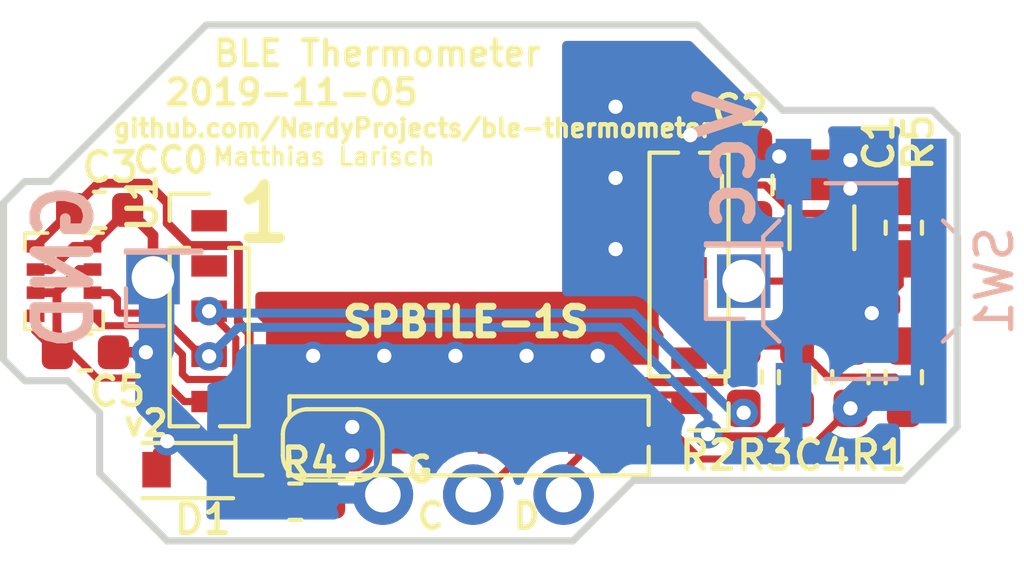
<source format=kicad_pcb>
(kicad_pcb (version 20171130) (host pcbnew 5.1.4)

  (general
    (thickness 1.6)
    (drawings 36)
    (tracks 165)
    (zones 0)
    (modules 20)
    (nets 13)
  )

  (page A4)
  (layers
    (0 F.Cu signal)
    (31 B.Cu signal)
    (32 B.Adhes user)
    (33 F.Adhes user)
    (34 B.Paste user)
    (35 F.Paste user)
    (36 B.SilkS user)
    (37 F.SilkS user)
    (38 B.Mask user)
    (39 F.Mask user)
    (40 Dwgs.User user)
    (41 Cmts.User user)
    (42 Eco1.User user)
    (43 Eco2.User user)
    (44 Edge.Cuts user)
    (45 Margin user)
    (46 B.CrtYd user)
    (47 F.CrtYd user)
    (48 B.Fab user hide)
    (49 F.Fab user hide)
  )

  (setup
    (last_trace_width 0.2)
    (user_trace_width 0.15)
    (user_trace_width 0.2)
    (user_trace_width 0.3)
    (user_trace_width 1)
    (trace_clearance 0.15)
    (zone_clearance 0.35)
    (zone_45_only no)
    (trace_min 0.15)
    (via_size 0.8)
    (via_drill 0.4)
    (via_min_size 0.4)
    (via_min_drill 0.3)
    (user_via 0.6 0.3)
    (user_via 0.7 0.4)
    (uvia_size 0.3)
    (uvia_drill 0.1)
    (uvias_allowed no)
    (uvia_min_size 0.2)
    (uvia_min_drill 0.1)
    (edge_width 0.2)
    (segment_width 0.2)
    (pcb_text_width 0.3)
    (pcb_text_size 1.5 1.5)
    (mod_edge_width 0.15)
    (mod_text_size 1 1)
    (mod_text_width 0.15)
    (pad_size 1.5 1.5)
    (pad_drill 1.2)
    (pad_to_mask_clearance 0.05)
    (solder_mask_min_width 0.15)
    (aux_axis_origin 0 0)
    (visible_elements FFFFFF7F)
    (pcbplotparams
      (layerselection 0x010f0_80000001)
      (usegerberextensions false)
      (usegerberattributes false)
      (usegerberadvancedattributes false)
      (creategerberjobfile false)
      (excludeedgelayer true)
      (linewidth 0.100000)
      (plotframeref false)
      (viasonmask false)
      (mode 1)
      (useauxorigin false)
      (hpglpennumber 1)
      (hpglpenspeed 20)
      (hpglpendiameter 15.000000)
      (psnegative false)
      (psa4output false)
      (plotreference true)
      (plotvalue true)
      (plotinvisibletext false)
      (padsonsilk false)
      (subtractmaskfromsilk false)
      (outputformat 1)
      (mirror false)
      (drillshape 0)
      (scaleselection 1)
      (outputdirectory "out/"))
  )

  (net 0 "")
  (net 1 VCC)
  (net 2 GND)
  (net 3 RESET_N)
  (net 4 "Net-(C4-Pad1)")
  (net 5 SCL)
  (net 6 SDA)
  (net 7 "Net-(D1-Pad2)")
  (net 8 SWDIO)
  (net 9 SWCLK)
  (net 10 "Net-(J2-Pad2)")
  (net 11 "Net-(J3-Pad1)")
  (net 12 "Net-(J3-Pad6)")

  (net_class Default "Dies ist die voreingestellte Netzklasse."
    (clearance 0.15)
    (trace_width 0.25)
    (via_dia 0.8)
    (via_drill 0.4)
    (uvia_dia 0.3)
    (uvia_drill 0.1)
    (add_net GND)
    (add_net "Net-(C4-Pad1)")
    (add_net "Net-(D1-Pad2)")
    (add_net "Net-(J2-Pad2)")
    (add_net "Net-(J3-Pad1)")
    (add_net "Net-(J3-Pad6)")
    (add_net RESET_N)
    (add_net SCL)
    (add_net SDA)
    (add_net SWCLK)
    (add_net SWDIO)
    (add_net VCC)
  )

  (module Capacitor_SMD:C_0603_1608Metric (layer F.Cu) (tedit 5B301BBE) (tstamp 5DC16311)
    (at 104.6 116.7)
    (descr "Capacitor SMD 0603 (1608 Metric), square (rectangular) end terminal, IPC_7351 nominal, (Body size source: http://www.tortai-tech.com/upload/download/2011102023233369053.pdf), generated with kicad-footprint-generator")
    (tags capacitor)
    (path /5DC17C44)
    (attr smd)
    (fp_text reference C5 (at 0.9 1.1) (layer F.SilkS)
      (effects (font (size 0.8 0.8) (thickness 0.15)))
    )
    (fp_text value 100n (at 0 1.43) (layer F.Fab)
      (effects (font (size 1 1) (thickness 0.15)))
    )
    (fp_text user %R (at 0 0) (layer F.Fab)
      (effects (font (size 0.4 0.4) (thickness 0.06)))
    )
    (fp_line (start 1.48 0.73) (end -1.48 0.73) (layer F.CrtYd) (width 0.05))
    (fp_line (start 1.48 -0.73) (end 1.48 0.73) (layer F.CrtYd) (width 0.05))
    (fp_line (start -1.48 -0.73) (end 1.48 -0.73) (layer F.CrtYd) (width 0.05))
    (fp_line (start -1.48 0.73) (end -1.48 -0.73) (layer F.CrtYd) (width 0.05))
    (fp_line (start -0.162779 0.51) (end 0.162779 0.51) (layer F.SilkS) (width 0.12))
    (fp_line (start -0.162779 -0.51) (end 0.162779 -0.51) (layer F.SilkS) (width 0.12))
    (fp_line (start 0.8 0.4) (end -0.8 0.4) (layer F.Fab) (width 0.1))
    (fp_line (start 0.8 -0.4) (end 0.8 0.4) (layer F.Fab) (width 0.1))
    (fp_line (start -0.8 -0.4) (end 0.8 -0.4) (layer F.Fab) (width 0.1))
    (fp_line (start -0.8 0.4) (end -0.8 -0.4) (layer F.Fab) (width 0.1))
    (pad 2 smd roundrect (at 0.7875 0) (size 0.875 0.95) (layers F.Cu F.Paste F.Mask) (roundrect_rratio 0.25)
      (net 2 GND))
    (pad 1 smd roundrect (at -0.7875 0) (size 0.875 0.95) (layers F.Cu F.Paste F.Mask) (roundrect_rratio 0.25)
      (net 1 VCC))
    (model ${KISYS3DMOD}/Capacitor_SMD.3dshapes/C_0603_1608Metric.wrl
      (at (xyz 0 0 0))
      (scale (xyz 1 1 1))
      (rotate (xyz 0 0 0))
    )
  )

  (module Connector_PinHeader_2.54mm:PinHeader_1x03_P2.54mm_Vertical (layer F.Cu) (tedit 5DC075D7) (tstamp 5DC118F0)
    (at 118.04 120.7 270)
    (descr "Through hole straight pin header, 1x03, 2.54mm pitch, single row")
    (tags "Through hole pin header THT 1x03 2.54mm single row")
    (path /5DCA3CA1)
    (fp_text reference J4 (at 0 -2.33 270) (layer F.SilkS) hide
      (effects (font (size 1 1) (thickness 0.15)))
    )
    (fp_text value Conn_01x03 (at 0 7.41 270) (layer F.Fab)
      (effects (font (size 1 1) (thickness 0.15)))
    )
    (fp_text user %R (at 0 2.54) (layer F.Fab)
      (effects (font (size 1 1) (thickness 0.15)))
    )
    (fp_line (start 1.8 -1.8) (end -1.8 -1.8) (layer F.CrtYd) (width 0.05))
    (fp_line (start 1.8 6.85) (end 1.8 -1.8) (layer F.CrtYd) (width 0.05))
    (fp_line (start -1.8 6.85) (end 1.8 6.85) (layer F.CrtYd) (width 0.05))
    (fp_line (start -1.8 -1.8) (end -1.8 6.85) (layer F.CrtYd) (width 0.05))
    (fp_line (start -1.27 -0.635) (end -0.635 -1.27) (layer F.Fab) (width 0.1))
    (fp_line (start -1.27 6.35) (end -1.27 -0.635) (layer F.Fab) (width 0.1))
    (fp_line (start 1.27 6.35) (end -1.27 6.35) (layer F.Fab) (width 0.1))
    (fp_line (start 1.27 -1.27) (end 1.27 6.35) (layer F.Fab) (width 0.1))
    (fp_line (start -0.635 -1.27) (end 1.27 -1.27) (layer F.Fab) (width 0.1))
    (pad 3 thru_hole oval (at 0 5.08 270) (size 1.7 1.7) (drill 1) (layers *.Cu *.Mask)
      (net 2 GND))
    (pad 2 thru_hole oval (at 0 2.54 270) (size 1.7 1.7) (drill 1) (layers *.Cu *.Mask)
      (net 9 SWCLK))
    (pad 1 thru_hole circle (at 0 0 270) (size 1.7 1.7) (drill 1) (layers *.Cu *.Mask)
      (net 8 SWDIO))
  )

  (module Resistor_SMD:R_0603_1608Metric_Pad1.05x0.95mm_HandSolder (layer F.Cu) (tedit 5B301BBD) (tstamp 5DC0E3AC)
    (at 127.6 113.2 90)
    (descr "Resistor SMD 0603 (1608 Metric), square (rectangular) end terminal, IPC_7351 nominal with elongated pad for handsoldering. (Body size source: http://www.tortai-tech.com/upload/download/2011102023233369053.pdf), generated with kicad-footprint-generator")
    (tags "resistor handsolder")
    (path /5DC729D2)
    (attr smd)
    (fp_text reference R5 (at 2.4 0.4 90) (layer F.SilkS)
      (effects (font (size 0.8 0.8) (thickness 0.15)))
    )
    (fp_text value 10k (at 0 1.43 90) (layer F.Fab)
      (effects (font (size 1 1) (thickness 0.15)))
    )
    (fp_text user %R (at 0 0 90) (layer F.Fab)
      (effects (font (size 0.4 0.4) (thickness 0.06)))
    )
    (fp_line (start 1.65 0.73) (end -1.65 0.73) (layer F.CrtYd) (width 0.05))
    (fp_line (start 1.65 -0.73) (end 1.65 0.73) (layer F.CrtYd) (width 0.05))
    (fp_line (start -1.65 -0.73) (end 1.65 -0.73) (layer F.CrtYd) (width 0.05))
    (fp_line (start -1.65 0.73) (end -1.65 -0.73) (layer F.CrtYd) (width 0.05))
    (fp_line (start -0.171267 0.51) (end 0.171267 0.51) (layer F.SilkS) (width 0.12))
    (fp_line (start -0.171267 -0.51) (end 0.171267 -0.51) (layer F.SilkS) (width 0.12))
    (fp_line (start 0.8 0.4) (end -0.8 0.4) (layer F.Fab) (width 0.1))
    (fp_line (start 0.8 -0.4) (end 0.8 0.4) (layer F.Fab) (width 0.1))
    (fp_line (start -0.8 -0.4) (end 0.8 -0.4) (layer F.Fab) (width 0.1))
    (fp_line (start -0.8 0.4) (end -0.8 -0.4) (layer F.Fab) (width 0.1))
    (pad 2 smd roundrect (at 0.875 0 90) (size 1.05 0.95) (layers F.Cu F.Paste F.Mask) (roundrect_rratio 0.25)
      (net 12 "Net-(J3-Pad6)"))
    (pad 1 smd roundrect (at -0.875 0 90) (size 1.05 0.95) (layers F.Cu F.Paste F.Mask) (roundrect_rratio 0.25)
      (net 2 GND))
    (model ${KISYS3DMOD}/Resistor_SMD.3dshapes/R_0603_1608Metric.wrl
      (at (xyz 0 0 0))
      (scale (xyz 1 1 1))
      (rotate (xyz 0 0 0))
    )
  )

  (module Jumper:SolderJumper-2_P1.3mm_Open_RoundedPad1.0x1.5mm (layer F.Cu) (tedit 5B391E66) (tstamp 5DC092FF)
    (at 111.55 119.3 180)
    (descr "SMD Solder Jumper, 1x1.5mm, rounded Pads, 0.3mm gap, open")
    (tags "solder jumper open")
    (path /5DC36869)
    (attr virtual)
    (fp_text reference JP1 (at 0 -1.8) (layer F.SilkS) hide
      (effects (font (size 1 1) (thickness 0.15)))
    )
    (fp_text value BOOT (at 0 1.9) (layer F.Fab)
      (effects (font (size 1 1) (thickness 0.15)))
    )
    (fp_line (start 1.65 1.25) (end -1.65 1.25) (layer F.CrtYd) (width 0.05))
    (fp_line (start 1.65 1.25) (end 1.65 -1.25) (layer F.CrtYd) (width 0.05))
    (fp_line (start -1.65 -1.25) (end -1.65 1.25) (layer F.CrtYd) (width 0.05))
    (fp_line (start -1.65 -1.25) (end 1.65 -1.25) (layer F.CrtYd) (width 0.05))
    (fp_line (start -0.7 -1) (end 0.7 -1) (layer F.SilkS) (width 0.12))
    (fp_line (start 1.4 -0.3) (end 1.4 0.3) (layer F.SilkS) (width 0.12))
    (fp_line (start 0.7 1) (end -0.7 1) (layer F.SilkS) (width 0.12))
    (fp_line (start -1.4 0.3) (end -1.4 -0.3) (layer F.SilkS) (width 0.12))
    (fp_arc (start -0.7 -0.3) (end -0.7 -1) (angle -90) (layer F.SilkS) (width 0.12))
    (fp_arc (start -0.7 0.3) (end -1.4 0.3) (angle -90) (layer F.SilkS) (width 0.12))
    (fp_arc (start 0.7 0.3) (end 0.7 1) (angle -90) (layer F.SilkS) (width 0.12))
    (fp_arc (start 0.7 -0.3) (end 1.4 -0.3) (angle -90) (layer F.SilkS) (width 0.12))
    (pad 2 smd custom (at 0.65 0 180) (size 1 0.5) (layers F.Cu F.Mask)
      (net 10 "Net-(J2-Pad2)") (zone_connect 2)
      (options (clearance outline) (anchor rect))
      (primitives
        (gr_circle (center 0 0.25) (end 0.5 0.25) (width 0))
        (gr_circle (center 0 -0.25) (end 0.5 -0.25) (width 0))
        (gr_poly (pts
           (xy 0 -0.75) (xy -0.5 -0.75) (xy -0.5 0.75) (xy 0 0.75)) (width 0))
      ))
    (pad 1 smd custom (at -0.65 0 180) (size 1 0.5) (layers F.Cu F.Mask)
      (net 2 GND) (zone_connect 2)
      (options (clearance outline) (anchor rect))
      (primitives
        (gr_circle (center 0 0.25) (end 0.5 0.25) (width 0))
        (gr_circle (center 0 -0.25) (end 0.5 -0.25) (width 0))
        (gr_poly (pts
           (xy 0 -0.75) (xy 0.5 -0.75) (xy 0.5 0.75) (xy 0 0.75)) (width 0))
      ))
  )

  (module Connector_PinHeader_1.27mm:PinHeader_1x06_P1.27mm_Vertical (layer F.Cu) (tedit 5DC049A1) (tstamp 5AB99254)
    (at 121.5644 118.1354 180)
    (descr "Through hole straight pin header, 1x06, 1.27mm pitch, single row")
    (tags "Through hole pin header THT 1x06 1.27mm single row")
    (path /5AA418A4)
    (fp_text reference J3 (at 0 -1.695 180) (layer F.SilkS) hide
      (effects (font (size 1 1) (thickness 0.15)))
    )
    (fp_text value Conn_01x06 (at 0 8.045 180) (layer F.Fab)
      (effects (font (size 1 1) (thickness 0.15)))
    )
    (fp_text user %R (at 0 3.175 270) (layer F.Fab)
      (effects (font (size 1 1) (thickness 0.15)))
    )
    (fp_line (start 1.55 -1.15) (end -1.55 -1.15) (layer F.CrtYd) (width 0.05))
    (fp_line (start 1.55 7.5) (end 1.55 -1.15) (layer F.CrtYd) (width 0.05))
    (fp_line (start -1.55 7.5) (end 1.55 7.5) (layer F.CrtYd) (width 0.05))
    (fp_line (start -1.55 -1.15) (end -1.55 7.5) (layer F.CrtYd) (width 0.05))
    (fp_line (start -1.11 -0.76) (end 0 -0.76) (layer F.SilkS) (width 0.12))
    (fp_line (start -1.11 0) (end -1.11 -0.76) (layer F.SilkS) (width 0.12))
    (fp_line (start 0.563471 0.76) (end 1.11 0.76) (layer F.SilkS) (width 0.12))
    (fp_line (start -1.11 0.76) (end -0.563471 0.76) (layer F.SilkS) (width 0.12))
    (fp_line (start 1.11 0.76) (end 1.11 7.045) (layer F.SilkS) (width 0.12))
    (fp_line (start -1.11 0.76) (end -1.11 7.045) (layer F.SilkS) (width 0.12))
    (fp_line (start 0.30753 7.045) (end 1.11 7.045) (layer F.SilkS) (width 0.12))
    (fp_line (start -1.11 7.045) (end -0.30753 7.045) (layer F.SilkS) (width 0.12))
    (fp_line (start -1.05 -0.11) (end -0.525 -0.635) (layer F.Fab) (width 0.1))
    (fp_line (start -1.05 6.985) (end -1.05 -0.11) (layer F.Fab) (width 0.1))
    (fp_line (start 1.05 6.985) (end -1.05 6.985) (layer F.Fab) (width 0.1))
    (fp_line (start 1.05 -0.635) (end 1.05 6.985) (layer F.Fab) (width 0.1))
    (fp_line (start -0.525 -0.635) (end 1.05 -0.635) (layer F.Fab) (width 0.1))
    (pad 6 smd rect (at 0 6.35 180) (size 1 0.6) (layers F.Cu F.Paste F.Mask)
      (net 12 "Net-(J3-Pad6)"))
    (pad 5 smd rect (at 0 5.08 180) (size 1 0.6) (layers F.Cu F.Paste F.Mask)
      (net 3 RESET_N))
    (pad 4 smd rect (at 0 3.81 180) (size 1 0.6) (layers F.Cu F.Paste F.Mask))
    (pad 3 smd rect (at 0 2.54 180) (size 1 0.6) (layers F.Cu F.Paste F.Mask))
    (pad 2 smd rect (at 0 1.27 180) (size 1 0.6) (layers F.Cu F.Paste F.Mask))
    (pad 1 smd rect (at 0 0 180) (size 1 0.6) (layers F.Cu F.Paste F.Mask)
      (net 11 "Net-(J3-Pad1)"))
    (model ${KISYS3DMOD}/Connector_PinHeader_1.27mm.3dshapes/PinHeader_1x06_P1.27mm_Vertical.wrl
      (at (xyz 0 0 0))
      (scale (xyz 1 1 1))
      (rotate (xyz 0 0 0))
    )
  )

  (module Connector_PinHeader_1.27mm:PinHeader_1x09_P1.27mm_Vertical locked (layer F.Cu) (tedit 5DC0494E) (tstamp 5AB99236)
    (at 109.5756 119.0498 90)
    (descr "Through hole straight pin header, 1x09, 1.27mm pitch, single row")
    (tags "Through hole pin header THT 1x09 1.27mm single row")
    (path /5AA41191)
    (fp_text reference J2 (at 0 -1.695 90) (layer F.SilkS) hide
      (effects (font (size 1 1) (thickness 0.15)))
    )
    (fp_text value Conn_01x09 (at 0 11.855 90) (layer F.Fab)
      (effects (font (size 1 1) (thickness 0.15)))
    )
    (fp_text user %R (at 0 5.08 180) (layer F.Fab)
      (effects (font (size 1 1) (thickness 0.15)))
    )
    (fp_line (start 1.55 -1.15) (end -1.55 -1.15) (layer F.CrtYd) (width 0.05))
    (fp_line (start 1.55 11.3) (end 1.55 -1.15) (layer F.CrtYd) (width 0.05))
    (fp_line (start -1.55 11.3) (end 1.55 11.3) (layer F.CrtYd) (width 0.05))
    (fp_line (start -1.55 -1.15) (end -1.55 11.3) (layer F.CrtYd) (width 0.05))
    (fp_line (start -1.11 -0.76) (end 0 -0.76) (layer F.SilkS) (width 0.12))
    (fp_line (start -1.11 0) (end -1.11 -0.76) (layer F.SilkS) (width 0.12))
    (fp_line (start 0.563471 0.76) (end 1.11 0.76) (layer F.SilkS) (width 0.12))
    (fp_line (start -1.11 0.76) (end -0.563471 0.76) (layer F.SilkS) (width 0.12))
    (fp_line (start 1.11 0.76) (end 1.11 10.855) (layer F.SilkS) (width 0.12))
    (fp_line (start -1.11 0.76) (end -1.11 10.855) (layer F.SilkS) (width 0.12))
    (fp_line (start 0.30753 10.855) (end 1.11 10.855) (layer F.SilkS) (width 0.12))
    (fp_line (start -1.11 10.855) (end -0.30753 10.855) (layer F.SilkS) (width 0.12))
    (fp_line (start -1.05 -0.11) (end -0.525 -0.635) (layer F.Fab) (width 0.1))
    (fp_line (start -1.05 10.795) (end -1.05 -0.11) (layer F.Fab) (width 0.1))
    (fp_line (start 1.05 10.795) (end -1.05 10.795) (layer F.Fab) (width 0.1))
    (fp_line (start 1.05 -0.635) (end 1.05 10.795) (layer F.Fab) (width 0.1))
    (fp_line (start -0.525 -0.635) (end 1.05 -0.635) (layer F.Fab) (width 0.1))
    (pad 9 smd rect (at 0 10.16 90) (size 1 0.6) (layers F.Cu F.Paste F.Mask))
    (pad 8 smd rect (at 0 8.89 90) (size 1 0.6) (layers F.Cu F.Paste F.Mask)
      (net 8 SWDIO))
    (pad 7 smd rect (at 0 7.62 90) (size 1 0.6) (layers F.Cu F.Paste F.Mask)
      (net 9 SWCLK))
    (pad 6 smd rect (at 0 6.35 90) (size 1 0.6) (layers F.Cu F.Paste F.Mask)
      (net 4 "Net-(C4-Pad1)"))
    (pad 5 smd rect (at 0 5.08 90) (size 1 0.6) (layers F.Cu F.Paste F.Mask))
    (pad 4 smd rect (at 0 3.81 90) (size 1 0.6) (layers F.Cu F.Paste F.Mask))
    (pad 3 smd rect (at 0 2.54 90) (size 1 0.6) (layers F.Cu F.Paste F.Mask)
      (net 2 GND))
    (pad 2 smd rect (at 0 1.27 90) (size 1 0.6) (layers F.Cu F.Paste F.Mask)
      (net 10 "Net-(J2-Pad2)"))
    (pad 1 smd rect (at 0 0 90) (size 1 0.6) (layers F.Cu F.Paste F.Mask))
    (model ${KISYS3DMOD}/Connector_PinHeader_1.27mm.3dshapes/PinHeader_1x09_P1.27mm_Vertical.wrl
      (at (xyz 0 0 0))
      (scale (xyz 1 1 1))
      (rotate (xyz 0 0 0))
    )
  )

  (module Connector_PinHeader_1.27mm:PinHeader_1x05_P1.27mm_Vertical locked (layer F.Cu) (tedit 5DC048E6) (tstamp 5AB9921C)
    (at 108.077 113.0046)
    (descr "Through hole straight pin header, 1x05, 1.27mm pitch, single row")
    (tags "Through hole pin header THT 1x05 1.27mm single row")
    (path /5AA41212)
    (attr smd)
    (fp_text reference J1 (at 0 -1.695) (layer F.SilkS) hide
      (effects (font (size 1 1) (thickness 0.15)))
    )
    (fp_text value Conn_01x05 (at 0 6.775) (layer F.Fab)
      (effects (font (size 1 1) (thickness 0.15)))
    )
    (fp_text user %R (at 0 2.54 90) (layer F.Fab)
      (effects (font (size 1 1) (thickness 0.15)))
    )
    (fp_line (start 1.55 -1.15) (end -1.55 -1.15) (layer F.CrtYd) (width 0.05))
    (fp_line (start 1.55 6.25) (end 1.55 -1.15) (layer F.CrtYd) (width 0.05))
    (fp_line (start -1.55 6.25) (end 1.55 6.25) (layer F.CrtYd) (width 0.05))
    (fp_line (start -1.55 -1.15) (end -1.55 6.25) (layer F.CrtYd) (width 0.05))
    (fp_line (start -1.11 -0.76) (end 0 -0.76) (layer F.SilkS) (width 0.12))
    (fp_line (start -1.11 0) (end -1.11 -0.76) (layer F.SilkS) (width 0.12))
    (fp_line (start 0.563471 0.76) (end 1.11 0.76) (layer F.SilkS) (width 0.12))
    (fp_line (start -1.11 0.76) (end -0.563471 0.76) (layer F.SilkS) (width 0.12))
    (fp_line (start 1.11 0.76) (end 1.11 5.775) (layer F.SilkS) (width 0.12))
    (fp_line (start -1.11 0.76) (end -1.11 5.775) (layer F.SilkS) (width 0.12))
    (fp_line (start 0.30753 5.775) (end 1.11 5.775) (layer F.SilkS) (width 0.12))
    (fp_line (start -1.11 5.775) (end -0.30753 5.775) (layer F.SilkS) (width 0.12))
    (fp_line (start -1.05 -0.11) (end -0.525 -0.635) (layer F.Fab) (width 0.1))
    (fp_line (start -1.05 5.715) (end -1.05 -0.11) (layer F.Fab) (width 0.1))
    (fp_line (start 1.05 5.715) (end -1.05 5.715) (layer F.Fab) (width 0.1))
    (fp_line (start 1.05 -0.635) (end 1.05 5.715) (layer F.Fab) (width 0.1))
    (fp_line (start -0.525 -0.635) (end 1.05 -0.635) (layer F.Fab) (width 0.1))
    (pad 5 smd rect (at 0 5.08) (size 1 0.6) (layers F.Cu F.Paste F.Mask)
      (net 1 VCC))
    (pad 4 smd rect (at 0 3.81) (size 1 0.6) (layers F.Cu F.Paste F.Mask)
      (net 6 SDA))
    (pad 3 smd rect (at 0 2.54) (size 1 0.6) (layers F.Cu F.Paste F.Mask)
      (net 5 SCL))
    (pad 2 smd rect (at 0 1.27) (size 1 0.6) (layers F.Cu F.Paste F.Mask))
    (pad 1 smd rect (at 0 0) (size 1 0.6) (layers F.Cu F.Paste F.Mask))
    (model ${KISYS3DMOD}/Connector_PinHeader_1.27mm.3dshapes/PinHeader_1x05_P1.27mm_Vertical.wrl
      (at (xyz 0 0 0))
      (scale (xyz 1 1 1))
      (rotate (xyz 0 0 0))
    )
  )

  (module Capacitor_SMD:C_0603_1608Metric (layer F.Cu) (tedit 5B301BBE) (tstamp 5AD93820)
    (at 105 112.7)
    (descr "Capacitor SMD 0603 (1608 Metric), square (rectangular) end terminal, IPC_7351 nominal, (Body size source: http://www.tortai-tech.com/upload/download/2011102023233369053.pdf), generated with kicad-footprint-generator")
    (tags capacitor)
    (path /5AA42274)
    (attr smd)
    (fp_text reference C3 (at 0.3 -1.2) (layer F.SilkS)
      (effects (font (size 0.8 0.8) (thickness 0.15)))
    )
    (fp_text value 100n (at 0 1.43) (layer F.Fab)
      (effects (font (size 1 1) (thickness 0.15)))
    )
    (fp_text user %R (at 0 0) (layer F.Fab)
      (effects (font (size 0.4 0.4) (thickness 0.06)))
    )
    (fp_line (start 1.48 0.73) (end -1.48 0.73) (layer F.CrtYd) (width 0.05))
    (fp_line (start 1.48 -0.73) (end 1.48 0.73) (layer F.CrtYd) (width 0.05))
    (fp_line (start -1.48 -0.73) (end 1.48 -0.73) (layer F.CrtYd) (width 0.05))
    (fp_line (start -1.48 0.73) (end -1.48 -0.73) (layer F.CrtYd) (width 0.05))
    (fp_line (start -0.162779 0.51) (end 0.162779 0.51) (layer F.SilkS) (width 0.12))
    (fp_line (start -0.162779 -0.51) (end 0.162779 -0.51) (layer F.SilkS) (width 0.12))
    (fp_line (start 0.8 0.4) (end -0.8 0.4) (layer F.Fab) (width 0.1))
    (fp_line (start 0.8 -0.4) (end 0.8 0.4) (layer F.Fab) (width 0.1))
    (fp_line (start -0.8 -0.4) (end 0.8 -0.4) (layer F.Fab) (width 0.1))
    (fp_line (start -0.8 0.4) (end -0.8 -0.4) (layer F.Fab) (width 0.1))
    (pad 2 smd roundrect (at 0.7875 0) (size 0.875 0.95) (layers F.Cu F.Paste F.Mask) (roundrect_rratio 0.25)
      (net 2 GND))
    (pad 1 smd roundrect (at -0.7875 0) (size 0.875 0.95) (layers F.Cu F.Paste F.Mask) (roundrect_rratio 0.25)
      (net 1 VCC))
    (model ${KISYS3DMOD}/Capacitor_SMD.3dshapes/C_0603_1608Metric.wrl
      (at (xyz 0 0 0))
      (scale (xyz 1 1 1))
      (rotate (xyz 0 0 0))
    )
  )

  (module Button_Switch_SMD:SW_SPST_TL3342 (layer B.Cu) (tedit 5A02FC95) (tstamp 5AD60E7E)
    (at 126.4 114.7 90)
    (descr "Low-profile SMD Tactile Switch, https://www.e-switch.com/system/asset/product_line/data_sheet/165/TL3342.pdf")
    (tags "SPST Tactile Switch")
    (path /5AA41A91)
    (attr smd)
    (fp_text reference SW1 (at 0 3.75 90) (layer B.SilkS)
      (effects (font (size 1 1) (thickness 0.15)) (justify mirror))
    )
    (fp_text value SW_Push (at 0 -3.75 90) (layer B.Fab)
      (effects (font (size 1 1) (thickness 0.15)) (justify mirror))
    )
    (fp_circle (center 0 0) (end 1 0) (layer B.Fab) (width 0.1))
    (fp_line (start -4.25 -3) (end -4.25 3) (layer B.CrtYd) (width 0.05))
    (fp_line (start 4.25 -3) (end -4.25 -3) (layer B.CrtYd) (width 0.05))
    (fp_line (start 4.25 3) (end 4.25 -3) (layer B.CrtYd) (width 0.05))
    (fp_line (start -4.25 3) (end 4.25 3) (layer B.CrtYd) (width 0.05))
    (fp_line (start -1.2 2.6) (end -2.6 1.2) (layer B.Fab) (width 0.1))
    (fp_line (start 1.2 2.6) (end -1.2 2.6) (layer B.Fab) (width 0.1))
    (fp_line (start 2.6 1.2) (end 1.2 2.6) (layer B.Fab) (width 0.1))
    (fp_line (start 2.6 -1.2) (end 2.6 1.2) (layer B.Fab) (width 0.1))
    (fp_line (start 1.2 -2.6) (end 2.6 -1.2) (layer B.Fab) (width 0.1))
    (fp_line (start -1.2 -2.6) (end 1.2 -2.6) (layer B.Fab) (width 0.1))
    (fp_line (start -2.6 -1.2) (end -1.2 -2.6) (layer B.Fab) (width 0.1))
    (fp_line (start -2.6 1.2) (end -2.6 -1.2) (layer B.Fab) (width 0.1))
    (fp_line (start -1.25 2.75) (end 1.25 2.75) (layer B.SilkS) (width 0.12))
    (fp_line (start -2.75 1) (end -2.75 -1) (layer B.SilkS) (width 0.12))
    (fp_line (start -1.25 -2.75) (end 1.25 -2.75) (layer B.SilkS) (width 0.12))
    (fp_line (start 2.75 1) (end 2.75 -1) (layer B.SilkS) (width 0.12))
    (fp_line (start -2 -1) (end -2 1) (layer B.Fab) (width 0.1))
    (fp_line (start -1 -2) (end -2 -1) (layer B.Fab) (width 0.1))
    (fp_line (start 1 -2) (end -1 -2) (layer B.Fab) (width 0.1))
    (fp_line (start 2 -1) (end 1 -2) (layer B.Fab) (width 0.1))
    (fp_line (start 2 1) (end 2 -1) (layer B.Fab) (width 0.1))
    (fp_line (start 1 2) (end 2 1) (layer B.Fab) (width 0.1))
    (fp_line (start -1 2) (end 1 2) (layer B.Fab) (width 0.1))
    (fp_line (start -2 1) (end -1 2) (layer B.Fab) (width 0.1))
    (fp_line (start -1.7 2.3) (end -1.25 2.75) (layer B.SilkS) (width 0.12))
    (fp_line (start 1.7 2.3) (end 1.25 2.75) (layer B.SilkS) (width 0.12))
    (fp_line (start 1.7 -2.3) (end 1.25 -2.75) (layer B.SilkS) (width 0.12))
    (fp_line (start -1.7 -2.3) (end -1.25 -2.75) (layer B.SilkS) (width 0.12))
    (fp_line (start 3.2 -1.6) (end 2.2 -1.6) (layer B.Fab) (width 0.1))
    (fp_line (start 2.7 -2.1) (end 2.7 -1.6) (layer B.Fab) (width 0.1))
    (fp_line (start 1.7 -2.1) (end 3.2 -2.1) (layer B.Fab) (width 0.1))
    (fp_line (start -1.7 -2.1) (end -3.2 -2.1) (layer B.Fab) (width 0.1))
    (fp_line (start -3.2 -1.6) (end -2.2 -1.6) (layer B.Fab) (width 0.1))
    (fp_line (start -2.7 -2.1) (end -2.7 -1.6) (layer B.Fab) (width 0.1))
    (fp_line (start -3.2 1.6) (end -2.2 1.6) (layer B.Fab) (width 0.1))
    (fp_line (start -1.7 2.1) (end -3.2 2.1) (layer B.Fab) (width 0.1))
    (fp_line (start -2.7 2.1) (end -2.7 1.6) (layer B.Fab) (width 0.1))
    (fp_line (start 3.2 1.6) (end 2.2 1.6) (layer B.Fab) (width 0.1))
    (fp_line (start 1.7 2.1) (end 3.2 2.1) (layer B.Fab) (width 0.1))
    (fp_line (start 2.7 2.1) (end 2.7 1.6) (layer B.Fab) (width 0.1))
    (fp_line (start -3.2 2.1) (end -3.2 1.6) (layer B.Fab) (width 0.1))
    (fp_line (start -3.2 -2.1) (end -3.2 -1.6) (layer B.Fab) (width 0.1))
    (fp_line (start 3.2 2.1) (end 3.2 1.6) (layer B.Fab) (width 0.1))
    (fp_line (start 3.2 -2.1) (end 3.2 -1.6) (layer B.Fab) (width 0.1))
    (fp_text user %R (at 0 3.75 90) (layer B.Fab)
      (effects (font (size 1 1) (thickness 0.15)) (justify mirror))
    )
    (pad 2 smd rect (at 3.15 -1.9 90) (size 1.7 1) (layers B.Cu B.Paste B.Mask)
      (net 2 GND))
    (pad 2 smd rect (at -3.15 -1.9 90) (size 1.7 1) (layers B.Cu B.Paste B.Mask)
      (net 2 GND))
    (pad 1 smd rect (at 3.15 1.9 90) (size 1.7 1) (layers B.Cu B.Paste B.Mask)
      (net 4 "Net-(C4-Pad1)"))
    (pad 1 smd rect (at -3.15 1.9 90) (size 1.7 1) (layers B.Cu B.Paste B.Mask)
      (net 4 "Net-(C4-Pad1)"))
    (model ${KISYS3DMOD}/Button_Switch_SMD.3dshapes/SW_SPST_TL3342.wrl
      (at (xyz 0 0 0))
      (scale (xyz 1 1 1))
      (rotate (xyz 0 0 0))
    )
  )

  (module Package_LGA:Bosch_LGA-8_2x2.5mm_P0.65mm_ClockwisePinNumbering (layer F.Cu) (tedit 5A2F92D2) (tstamp 5ABCBD38)
    (at 104 114.7 270)
    (descr "LGA-8, https://ae-bst.resource.bosch.com/media/_tech/media/datasheets/BST-BMP280-DS001-18.pdf")
    (tags "lga land grid array")
    (path /5AA41D5A)
    (attr smd)
    (fp_text reference U1 (at -2.2 -2.2 90) (layer F.SilkS)
      (effects (font (size 0.8 0.8) (thickness 0.15)))
    )
    (fp_text value BMP280 (at 0 3.1 90) (layer F.Fab)
      (effects (font (size 1 1) (thickness 0.15)))
    )
    (fp_line (start -1.35 -0.46) (end -1.35 -1.1) (layer F.SilkS) (width 0.1))
    (fp_line (start 0.87 -1.1) (end 1.35 -1.1) (layer F.SilkS) (width 0.1))
    (fp_line (start 1.35 -0.46) (end 1.35 -1.1) (layer F.SilkS) (width 0.1))
    (fp_line (start -1.35 1.1) (end -1.35 0.46) (layer F.SilkS) (width 0.1))
    (fp_line (start 1.35 1.1) (end 1.35 0.46) (layer F.SilkS) (width 0.1))
    (fp_line (start 0.87 1.1) (end 1.35 1.1) (layer F.SilkS) (width 0.1))
    (fp_line (start -1.25 1) (end -1.25 -0.75) (layer F.Fab) (width 0.1))
    (fp_line (start -1 -1) (end -1.25 -0.75) (layer F.Fab) (width 0.1))
    (fp_line (start 1.25 -1) (end -1 -1) (layer F.Fab) (width 0.1))
    (fp_line (start 1.25 -1) (end 1.25 1) (layer F.Fab) (width 0.1))
    (fp_line (start -1.25 1) (end 1.25 1) (layer F.Fab) (width 0.1))
    (fp_line (start -1.55 1.3) (end -1.55 -1.3) (layer F.CrtYd) (width 0.05))
    (fp_line (start 1.55 1.3) (end -1.55 1.3) (layer F.CrtYd) (width 0.05))
    (fp_line (start 1.55 -1.3) (end 1.55 1.3) (layer F.CrtYd) (width 0.05))
    (fp_line (start -1.55 -1.3) (end 1.55 -1.3) (layer F.CrtYd) (width 0.05))
    (fp_text user %R (at 0 0 90) (layer F.Fab)
      (effects (font (size 0.5 0.5) (thickness 0.075)))
    )
    (fp_line (start -1.35 1.1) (end -0.87 1.1) (layer F.SilkS) (width 0.1))
    (pad 8 smd rect (at -0.975 0.8) (size 0.5 0.35) (layers F.Cu F.Paste F.Mask)
      (net 1 VCC))
    (pad 2 smd rect (at -0.325 -0.8) (size 0.5 0.35) (layers F.Cu F.Paste F.Mask)
      (net 1 VCC))
    (pad 3 smd rect (at 0.325 -0.8) (size 0.5 0.35) (layers F.Cu F.Paste F.Mask)
      (net 6 SDA))
    (pad 4 smd rect (at 0.975 -0.8) (size 0.5 0.35) (layers F.Cu F.Paste F.Mask)
      (net 5 SCL))
    (pad 7 smd rect (at -0.325 0.8) (size 0.5 0.35) (layers F.Cu F.Paste F.Mask)
      (net 2 GND))
    (pad 6 smd rect (at 0.325 0.8) (size 0.5 0.35) (layers F.Cu F.Paste F.Mask)
      (net 1 VCC))
    (pad 5 smd rect (at 0.975 0.8) (size 0.5 0.35) (layers F.Cu F.Paste F.Mask)
      (net 1 VCC))
    (pad 1 smd rect (at -0.975 -0.8) (size 0.5 0.35) (layers F.Cu F.Paste F.Mask)
      (net 2 GND))
    (model ${KISYS3DMOD}/Package_LGA.3dshapes/Bosch_LGA-8_2x2.5mm_P0.65mm_ClockwisePinNumbering.wrl
      (at (xyz 0 0 0))
      (scale (xyz 1 1 1))
      (rotate (xyz 0 0 0))
    )
  )

  (module Resistor_SMD:R_0603_1608Metric_Pad1.05x0.95mm_HandSolder (layer F.Cu) (tedit 5B301BBD) (tstamp 5DC09340)
    (at 110.5 120.9)
    (descr "Resistor SMD 0603 (1608 Metric), square (rectangular) end terminal, IPC_7351 nominal with elongated pad for handsoldering. (Body size source: http://www.tortai-tech.com/upload/download/2011102023233369053.pdf), generated with kicad-footprint-generator")
    (tags "resistor handsolder")
    (path /5DC3C270)
    (attr smd)
    (fp_text reference R4 (at 0.4 -1.1) (layer F.SilkS)
      (effects (font (size 0.8 0.8) (thickness 0.15)))
    )
    (fp_text value 470 (at 0 1.43) (layer F.Fab)
      (effects (font (size 1 1) (thickness 0.15)))
    )
    (fp_text user %R (at 0 0) (layer F.Fab)
      (effects (font (size 0.4 0.4) (thickness 0.06)))
    )
    (fp_line (start 1.65 0.73) (end -1.65 0.73) (layer F.CrtYd) (width 0.05))
    (fp_line (start 1.65 -0.73) (end 1.65 0.73) (layer F.CrtYd) (width 0.05))
    (fp_line (start -1.65 -0.73) (end 1.65 -0.73) (layer F.CrtYd) (width 0.05))
    (fp_line (start -1.65 0.73) (end -1.65 -0.73) (layer F.CrtYd) (width 0.05))
    (fp_line (start -0.171267 0.51) (end 0.171267 0.51) (layer F.SilkS) (width 0.12))
    (fp_line (start -0.171267 -0.51) (end 0.171267 -0.51) (layer F.SilkS) (width 0.12))
    (fp_line (start 0.8 0.4) (end -0.8 0.4) (layer F.Fab) (width 0.1))
    (fp_line (start 0.8 -0.4) (end 0.8 0.4) (layer F.Fab) (width 0.1))
    (fp_line (start -0.8 -0.4) (end 0.8 -0.4) (layer F.Fab) (width 0.1))
    (fp_line (start -0.8 0.4) (end -0.8 -0.4) (layer F.Fab) (width 0.1))
    (pad 2 smd roundrect (at 0.875 0) (size 1.05 0.95) (layers F.Cu F.Paste F.Mask) (roundrect_rratio 0.25)
      (net 11 "Net-(J3-Pad1)"))
    (pad 1 smd roundrect (at -0.875 0) (size 1.05 0.95) (layers F.Cu F.Paste F.Mask) (roundrect_rratio 0.25)
      (net 7 "Net-(D1-Pad2)"))
    (model ${KISYS3DMOD}/Resistor_SMD.3dshapes/R_0603_1608Metric.wrl
      (at (xyz 0 0 0))
      (scale (xyz 1 1 1))
      (rotate (xyz 0 0 0))
    )
  )

  (module Resistor_SMD:R_0603_1608Metric_Pad1.05x0.95mm_HandSolder (layer F.Cu) (tedit 5B301BBD) (tstamp 5AD93834)
    (at 124.6 117.4 270)
    (descr "Resistor SMD 0603 (1608 Metric), square (rectangular) end terminal, IPC_7351 nominal with elongated pad for handsoldering. (Body size source: http://www.tortai-tech.com/upload/download/2011102023233369053.pdf), generated with kicad-footprint-generator")
    (tags "resistor handsolder")
    (path /5AA42D40)
    (attr smd)
    (fp_text reference R3 (at 2.2 0.9 180) (layer F.SilkS)
      (effects (font (size 0.8 0.8) (thickness 0.15)))
    )
    (fp_text value 4k7 (at 0 1.43 90) (layer F.Fab)
      (effects (font (size 1 1) (thickness 0.15)))
    )
    (fp_text user %R (at 0 0 90) (layer F.Fab)
      (effects (font (size 0.4 0.4) (thickness 0.06)))
    )
    (fp_line (start 1.65 0.73) (end -1.65 0.73) (layer F.CrtYd) (width 0.05))
    (fp_line (start 1.65 -0.73) (end 1.65 0.73) (layer F.CrtYd) (width 0.05))
    (fp_line (start -1.65 -0.73) (end 1.65 -0.73) (layer F.CrtYd) (width 0.05))
    (fp_line (start -1.65 0.73) (end -1.65 -0.73) (layer F.CrtYd) (width 0.05))
    (fp_line (start -0.171267 0.51) (end 0.171267 0.51) (layer F.SilkS) (width 0.12))
    (fp_line (start -0.171267 -0.51) (end 0.171267 -0.51) (layer F.SilkS) (width 0.12))
    (fp_line (start 0.8 0.4) (end -0.8 0.4) (layer F.Fab) (width 0.1))
    (fp_line (start 0.8 -0.4) (end 0.8 0.4) (layer F.Fab) (width 0.1))
    (fp_line (start -0.8 -0.4) (end 0.8 -0.4) (layer F.Fab) (width 0.1))
    (fp_line (start -0.8 0.4) (end -0.8 -0.4) (layer F.Fab) (width 0.1))
    (pad 2 smd roundrect (at 0.875 0 270) (size 1.05 0.95) (layers F.Cu F.Paste F.Mask) (roundrect_rratio 0.25)
      (net 6 SDA))
    (pad 1 smd roundrect (at -0.875 0 270) (size 1.05 0.95) (layers F.Cu F.Paste F.Mask) (roundrect_rratio 0.25)
      (net 1 VCC))
    (model ${KISYS3DMOD}/Resistor_SMD.3dshapes/R_0603_1608Metric.wrl
      (at (xyz 0 0 0))
      (scale (xyz 1 1 1))
      (rotate (xyz 0 0 0))
    )
  )

  (module Resistor_SMD:R_0603_1608Metric_Pad1.05x0.95mm_HandSolder (layer F.Cu) (tedit 5B301BBD) (tstamp 5AD9382F)
    (at 123.1 117.4 270)
    (descr "Resistor SMD 0603 (1608 Metric), square (rectangular) end terminal, IPC_7351 nominal with elongated pad for handsoldering. (Body size source: http://www.tortai-tech.com/upload/download/2011102023233369053.pdf), generated with kicad-footprint-generator")
    (tags "resistor handsolder")
    (path /5AA42C56)
    (attr smd)
    (fp_text reference R2 (at 2.2 1 180) (layer F.SilkS)
      (effects (font (size 0.8 0.8) (thickness 0.15)))
    )
    (fp_text value 4k7 (at 0 1.43 90) (layer F.Fab)
      (effects (font (size 1 1) (thickness 0.15)))
    )
    (fp_text user %R (at 0 0 90) (layer F.Fab)
      (effects (font (size 0.4 0.4) (thickness 0.06)))
    )
    (fp_line (start 1.65 0.73) (end -1.65 0.73) (layer F.CrtYd) (width 0.05))
    (fp_line (start 1.65 -0.73) (end 1.65 0.73) (layer F.CrtYd) (width 0.05))
    (fp_line (start -1.65 -0.73) (end 1.65 -0.73) (layer F.CrtYd) (width 0.05))
    (fp_line (start -1.65 0.73) (end -1.65 -0.73) (layer F.CrtYd) (width 0.05))
    (fp_line (start -0.171267 0.51) (end 0.171267 0.51) (layer F.SilkS) (width 0.12))
    (fp_line (start -0.171267 -0.51) (end 0.171267 -0.51) (layer F.SilkS) (width 0.12))
    (fp_line (start 0.8 0.4) (end -0.8 0.4) (layer F.Fab) (width 0.1))
    (fp_line (start 0.8 -0.4) (end 0.8 0.4) (layer F.Fab) (width 0.1))
    (fp_line (start -0.8 -0.4) (end 0.8 -0.4) (layer F.Fab) (width 0.1))
    (fp_line (start -0.8 0.4) (end -0.8 -0.4) (layer F.Fab) (width 0.1))
    (pad 2 smd roundrect (at 0.875 0 270) (size 1.05 0.95) (layers F.Cu F.Paste F.Mask) (roundrect_rratio 0.25)
      (net 5 SCL))
    (pad 1 smd roundrect (at -0.875 0 270) (size 1.05 0.95) (layers F.Cu F.Paste F.Mask) (roundrect_rratio 0.25)
      (net 1 VCC))
    (model ${KISYS3DMOD}/Resistor_SMD.3dshapes/R_0603_1608Metric.wrl
      (at (xyz 0 0 0))
      (scale (xyz 1 1 1))
      (rotate (xyz 0 0 0))
    )
  )

  (module Resistor_SMD:R_0603_1608Metric_Pad1.05x0.95mm_HandSolder (layer F.Cu) (tedit 5B301BBD) (tstamp 5AD9382A)
    (at 127.6 117.4 90)
    (descr "Resistor SMD 0603 (1608 Metric), square (rectangular) end terminal, IPC_7351 nominal with elongated pad for handsoldering. (Body size source: http://www.tortai-tech.com/upload/download/2011102023233369053.pdf), generated with kicad-footprint-generator")
    (tags "resistor handsolder")
    (path /5AA41434)
    (attr smd)
    (fp_text reference R1 (at -2.2 -0.7) (layer F.SilkS)
      (effects (font (size 0.8 0.8) (thickness 0.15)))
    )
    (fp_text value 47k (at 0 1.43 90) (layer F.Fab)
      (effects (font (size 1 1) (thickness 0.15)))
    )
    (fp_text user %R (at 0 0 90) (layer F.Fab)
      (effects (font (size 0.4 0.4) (thickness 0.06)))
    )
    (fp_line (start 1.65 0.73) (end -1.65 0.73) (layer F.CrtYd) (width 0.05))
    (fp_line (start 1.65 -0.73) (end 1.65 0.73) (layer F.CrtYd) (width 0.05))
    (fp_line (start -1.65 -0.73) (end 1.65 -0.73) (layer F.CrtYd) (width 0.05))
    (fp_line (start -1.65 0.73) (end -1.65 -0.73) (layer F.CrtYd) (width 0.05))
    (fp_line (start -0.171267 0.51) (end 0.171267 0.51) (layer F.SilkS) (width 0.12))
    (fp_line (start -0.171267 -0.51) (end 0.171267 -0.51) (layer F.SilkS) (width 0.12))
    (fp_line (start 0.8 0.4) (end -0.8 0.4) (layer F.Fab) (width 0.1))
    (fp_line (start 0.8 -0.4) (end 0.8 0.4) (layer F.Fab) (width 0.1))
    (fp_line (start -0.8 -0.4) (end 0.8 -0.4) (layer F.Fab) (width 0.1))
    (fp_line (start -0.8 0.4) (end -0.8 -0.4) (layer F.Fab) (width 0.1))
    (pad 2 smd roundrect (at 0.875 0 90) (size 1.05 0.95) (layers F.Cu F.Paste F.Mask) (roundrect_rratio 0.25)
      (net 3 RESET_N))
    (pad 1 smd roundrect (at -0.875 0 90) (size 1.05 0.95) (layers F.Cu F.Paste F.Mask) (roundrect_rratio 0.25)
      (net 1 VCC))
    (model ${KISYS3DMOD}/Resistor_SMD.3dshapes/R_0603_1608Metric.wrl
      (at (xyz 0 0 0))
      (scale (xyz 1 1 1))
      (rotate (xyz 0 0 0))
    )
  )

  (module Connector_PinHeader_2.00mm:PinHeader_1x01_P2.00mm_Vertical (layer B.Cu) (tedit 5DC16356) (tstamp 5AD2DFE7)
    (at 106.8 114.9)
    (descr "Through hole straight pin header, 1x01, 2.00mm pitch, single row")
    (tags "Through hole pin header THT 1x01 2.00mm single row")
    (path /5AA5317A)
    (fp_text reference J6 (at 0 2.06) (layer B.SilkS) hide
      (effects (font (size 1 1) (thickness 0.15)) (justify mirror))
    )
    (fp_text value Conn_01x01 (at 0 -2.06) (layer B.Fab)
      (effects (font (size 1 1) (thickness 0.15)) (justify mirror))
    )
    (fp_text user %R (at 0 0 -90) (layer B.Fab)
      (effects (font (size 1 1) (thickness 0.15)) (justify mirror))
    )
    (fp_line (start 1.5 1.5) (end -1.5 1.5) (layer B.CrtYd) (width 0.05))
    (fp_line (start 1.5 -1.5) (end 1.5 1.5) (layer B.CrtYd) (width 0.05))
    (fp_line (start -1.5 -1.5) (end 1.5 -1.5) (layer B.CrtYd) (width 0.05))
    (fp_line (start -1.5 1.5) (end -1.5 -1.5) (layer B.CrtYd) (width 0.05))
    (fp_line (start -1.06 1.06) (end 0 1.06) (layer B.SilkS) (width 0.12))
    (fp_line (start -1.06 0) (end -1.06 1.06) (layer B.SilkS) (width 0.12))
    (fp_line (start -1.06 -1) (end 1.06 -1) (layer B.SilkS) (width 0.12))
    (fp_line (start 1.06 -1) (end 1.06 -1.06) (layer B.SilkS) (width 0.12))
    (fp_line (start -1.06 -1) (end -1.06 -1.06) (layer B.SilkS) (width 0.12))
    (fp_line (start -1.06 -1.06) (end 1.06 -1.06) (layer B.SilkS) (width 0.12))
    (fp_line (start -1 0.5) (end -0.5 1) (layer B.Fab) (width 0.1))
    (fp_line (start -1 -1) (end -1 0.5) (layer B.Fab) (width 0.1))
    (fp_line (start 1 -1) (end -1 -1) (layer B.Fab) (width 0.1))
    (fp_line (start 1 1) (end 1 -1) (layer B.Fab) (width 0.1))
    (fp_line (start -0.5 1) (end 1 1) (layer B.Fab) (width 0.1))
    (pad 1 thru_hole rect (at -0.3 -0.3) (size 1.5 1.5) (drill 1.2) (layers *.Cu *.Mask)
      (net 2 GND))
    (model ${KISYS3DMOD}/Connector_PinHeader_2.00mm.3dshapes/PinHeader_1x01_P2.00mm_Vertical.wrl
      (at (xyz 0 0 0))
      (scale (xyz 1 1 1))
      (rotate (xyz 0 0 0))
    )
  )

  (module Connector_PinHeader_2.00mm:PinHeader_1x01_P2.00mm_Vertical (layer B.Cu) (tedit 5DC04390) (tstamp 5AD2DFD3)
    (at 123.1 114.7)
    (descr "Through hole straight pin header, 1x01, 2.00mm pitch, single row")
    (tags "Through hole pin header THT 1x01 2.00mm single row")
    (path /5AA53137)
    (fp_text reference J5 (at 0 2.06) (layer B.SilkS) hide
      (effects (font (size 1 1) (thickness 0.15)) (justify mirror))
    )
    (fp_text value Conn_01x01 (at 0 -2.06) (layer B.Fab)
      (effects (font (size 1 1) (thickness 0.15)) (justify mirror))
    )
    (fp_text user %R (at 0 0 -90) (layer B.Fab)
      (effects (font (size 1 1) (thickness 0.15)) (justify mirror))
    )
    (fp_line (start 1.5 1.5) (end -1.5 1.5) (layer B.CrtYd) (width 0.05))
    (fp_line (start 1.5 -1.5) (end 1.5 1.5) (layer B.CrtYd) (width 0.05))
    (fp_line (start -1.5 -1.5) (end 1.5 -1.5) (layer B.CrtYd) (width 0.05))
    (fp_line (start -1.5 1.5) (end -1.5 -1.5) (layer B.CrtYd) (width 0.05))
    (fp_line (start -1.06 1.06) (end 0 1.06) (layer B.SilkS) (width 0.12))
    (fp_line (start -1.06 0) (end -1.06 1.06) (layer B.SilkS) (width 0.12))
    (fp_line (start -1.06 -1) (end 1.06 -1) (layer B.SilkS) (width 0.12))
    (fp_line (start 1.06 -1) (end 1.06 -1.06) (layer B.SilkS) (width 0.12))
    (fp_line (start -1.06 -1) (end -1.06 -1.06) (layer B.SilkS) (width 0.12))
    (fp_line (start -1.06 -1.06) (end 1.06 -1.06) (layer B.SilkS) (width 0.12))
    (fp_line (start -1 0.5) (end -0.5 1) (layer B.Fab) (width 0.1))
    (fp_line (start -1 -1) (end -1 0.5) (layer B.Fab) (width 0.1))
    (fp_line (start 1 -1) (end -1 -1) (layer B.Fab) (width 0.1))
    (fp_line (start 1 1) (end 1 -1) (layer B.Fab) (width 0.1))
    (fp_line (start -0.5 1) (end 1 1) (layer B.Fab) (width 0.1))
    (pad 1 thru_hole rect (at 0 0) (size 1.5 1.5) (drill 1.2) (layers *.Cu *.Mask)
      (net 1 VCC))
    (model ${KISYS3DMOD}/Connector_PinHeader_2.00mm.3dshapes/PinHeader_1x01_P2.00mm_Vertical.wrl
      (at (xyz 0 0 0))
      (scale (xyz 1 1 1))
      (rotate (xyz 0 0 0))
    )
  )

  (module LED_SMD:LED_miniPLCC_2315 (layer F.Cu) (tedit 587A7551) (tstamp 5DC0CC11)
    (at 107.6 120)
    (descr https://docs.broadcom.com/cs/Satellite?blobcol=urldata&blobheader=application%2Fpdf&blobheadername1=Content-Disposition&blobheadername2=Content-Type&blobheadername3=MDT-Type&blobheadervalue1=attachment%3Bfilename%3DAV02-2205EN_DS_ASMT-TxBM_2014-05-09.pdf&blobheadervalue2=application%2Fx-download&blobheadervalue3=abinary%253B%2Bcharset%253DUTF-8&blobkey=id&blobnocache=true&blobtable=MungoBlobs&blobwhere=1430858274704&ssbinary=true)
    (tags LED)
    (path /5DC3B7E1)
    (attr smd)
    (fp_text reference D1 (at 0.3 1.4) (layer F.SilkS)
      (effects (font (size 0.8 0.8) (thickness 0.15)))
    )
    (fp_text value "VLMO20J2M1-GS08 " (at 0 -1.75) (layer F.Fab)
      (effects (font (size 1 1) (thickness 0.15)))
    )
    (fp_line (start 1.15 0.7) (end -1.15 0.7) (layer F.Fab) (width 0.1))
    (fp_line (start -1.15 0.7) (end -1.15 -0.7) (layer F.Fab) (width 0.1))
    (fp_line (start -1.15 -0.7) (end 1.15 -0.7) (layer F.Fab) (width 0.1))
    (fp_line (start 1.15 -0.7) (end 1.15 0.7) (layer F.Fab) (width 0.1))
    (fp_line (start -0.25 -0.35) (end -0.25 0.3) (layer F.Fab) (width 0.1))
    (fp_line (start 0.1 -0.35) (end -0.25 0) (layer F.Fab) (width 0.1))
    (fp_line (start 0.1 0.3) (end 0.1 -0.35) (layer F.Fab) (width 0.1))
    (fp_line (start -0.25 0) (end 0.1 0.3) (layer F.Fab) (width 0.1))
    (fp_line (start -1.4 0.8) (end 1.15 0.8) (layer F.SilkS) (width 0.12))
    (fp_line (start 1.15 -0.75) (end -1.4 -0.75) (layer F.SilkS) (width 0.12))
    (fp_line (start -1.65 0.95) (end -1.65 -0.95) (layer F.CrtYd) (width 0.05))
    (fp_line (start 1.65 0.95) (end -1.65 0.95) (layer F.CrtYd) (width 0.05))
    (fp_line (start 1.65 -0.95) (end 1.65 0.95) (layer F.CrtYd) (width 0.05))
    (fp_line (start -1.65 -0.95) (end 1.65 -0.95) (layer F.CrtYd) (width 0.05))
    (pad 2 smd rect (at 1 0 180) (size 0.8 1) (layers F.Cu F.Paste F.Mask)
      (net 7 "Net-(D1-Pad2)"))
    (pad 1 smd rect (at -1 0 180) (size 0.8 1) (layers F.Cu F.Paste F.Mask)
      (net 2 GND))
    (model ${KISYS3DMOD}/LED_SMD.3dshapes/LED_1206_3216Metric.wrl
      (at (xyz 0 0 0))
      (scale (xyz 1 1 1))
      (rotate (xyz 0 0 0))
    )
  )

  (module Capacitor_SMD:C_0603_1608Metric_Pad1.05x0.95mm_HandSolder (layer F.Cu) (tedit 5B301BBE) (tstamp 5AD93825)
    (at 126.1 117.4 90)
    (descr "Capacitor SMD 0603 (1608 Metric), square (rectangular) end terminal, IPC_7351 nominal with elongated pad for handsoldering. (Body size source: http://www.tortai-tech.com/upload/download/2011102023233369053.pdf), generated with kicad-footprint-generator")
    (tags "capacitor handsolder")
    (path /5AA42535)
    (attr smd)
    (fp_text reference C4 (at -2.2 -0.8) (layer F.SilkS)
      (effects (font (size 0.8 0.8) (thickness 0.15)))
    )
    (fp_text value 100n (at 0 1.43 270) (layer F.Fab)
      (effects (font (size 1 1) (thickness 0.15)))
    )
    (fp_text user %R (at 0 0 270) (layer F.Fab)
      (effects (font (size 0.4 0.4) (thickness 0.06)))
    )
    (fp_line (start 1.65 0.73) (end -1.65 0.73) (layer F.CrtYd) (width 0.05))
    (fp_line (start 1.65 -0.73) (end 1.65 0.73) (layer F.CrtYd) (width 0.05))
    (fp_line (start -1.65 -0.73) (end 1.65 -0.73) (layer F.CrtYd) (width 0.05))
    (fp_line (start -1.65 0.73) (end -1.65 -0.73) (layer F.CrtYd) (width 0.05))
    (fp_line (start -0.171267 0.51) (end 0.171267 0.51) (layer F.SilkS) (width 0.12))
    (fp_line (start -0.171267 -0.51) (end 0.171267 -0.51) (layer F.SilkS) (width 0.12))
    (fp_line (start 0.8 0.4) (end -0.8 0.4) (layer F.Fab) (width 0.1))
    (fp_line (start 0.8 -0.4) (end 0.8 0.4) (layer F.Fab) (width 0.1))
    (fp_line (start -0.8 -0.4) (end 0.8 -0.4) (layer F.Fab) (width 0.1))
    (fp_line (start -0.8 0.4) (end -0.8 -0.4) (layer F.Fab) (width 0.1))
    (pad 2 smd roundrect (at 0.875 0 90) (size 1.05 0.95) (layers F.Cu F.Paste F.Mask) (roundrect_rratio 0.25)
      (net 2 GND))
    (pad 1 smd roundrect (at -0.875 0 90) (size 1.05 0.95) (layers F.Cu F.Paste F.Mask) (roundrect_rratio 0.25)
      (net 4 "Net-(C4-Pad1)"))
    (model ${KISYS3DMOD}/Capacitor_SMD.3dshapes/C_0603_1608Metric.wrl
      (at (xyz 0 0 0))
      (scale (xyz 1 1 1))
      (rotate (xyz 0 0 0))
    )
  )

  (module Capacitor_SMD:C_0805_2012Metric_Pad1.15x1.40mm_HandSolder (layer F.Cu) (tedit 5B36C52B) (tstamp 5AD9381B)
    (at 123.2 112 90)
    (descr "Capacitor SMD 0805 (2012 Metric), square (rectangular) end terminal, IPC_7351 nominal with elongated pad for handsoldering. (Body size source: https://docs.google.com/spreadsheets/d/1BsfQQcO9C6DZCsRaXUlFlo91Tg2WpOkGARC1WS5S8t0/edit?usp=sharing), generated with kicad-footprint-generator")
    (tags "capacitor handsolder")
    (path /5AA4147F)
    (attr smd)
    (fp_text reference C2 (at 2.1 -0.2 180) (layer F.SilkS)
      (effects (font (size 0.8 0.8) (thickness 0.15)))
    )
    (fp_text value 10µ (at 0 1.65 90) (layer F.Fab)
      (effects (font (size 1 1) (thickness 0.15)))
    )
    (fp_text user %R (at 0 0 90) (layer F.Fab)
      (effects (font (size 0.5 0.5) (thickness 0.08)))
    )
    (fp_line (start 1.85 0.95) (end -1.85 0.95) (layer F.CrtYd) (width 0.05))
    (fp_line (start 1.85 -0.95) (end 1.85 0.95) (layer F.CrtYd) (width 0.05))
    (fp_line (start -1.85 -0.95) (end 1.85 -0.95) (layer F.CrtYd) (width 0.05))
    (fp_line (start -1.85 0.95) (end -1.85 -0.95) (layer F.CrtYd) (width 0.05))
    (fp_line (start -0.261252 0.71) (end 0.261252 0.71) (layer F.SilkS) (width 0.12))
    (fp_line (start -0.261252 -0.71) (end 0.261252 -0.71) (layer F.SilkS) (width 0.12))
    (fp_line (start 1 0.6) (end -1 0.6) (layer F.Fab) (width 0.1))
    (fp_line (start 1 -0.6) (end 1 0.6) (layer F.Fab) (width 0.1))
    (fp_line (start -1 -0.6) (end 1 -0.6) (layer F.Fab) (width 0.1))
    (fp_line (start -1 0.6) (end -1 -0.6) (layer F.Fab) (width 0.1))
    (pad 2 smd roundrect (at 1.025 0 90) (size 1.15 1.4) (layers F.Cu F.Paste F.Mask) (roundrect_rratio 0.217391)
      (net 2 GND))
    (pad 1 smd roundrect (at -1.025 0 90) (size 1.15 1.4) (layers F.Cu F.Paste F.Mask) (roundrect_rratio 0.217391)
      (net 3 RESET_N))
    (model ${KISYS3DMOD}/Capacitor_SMD.3dshapes/C_0805_2012Metric.wrl
      (at (xyz 0 0 0))
      (scale (xyz 1 1 1))
      (rotate (xyz 0 0 0))
    )
  )

  (module Capacitor_SMD:C_1206_3216Metric_Pad1.42x1.75mm_HandSolder (layer F.Cu) (tedit 5B301BBE) (tstamp 5AD93816)
    (at 125.3 113.2 90)
    (descr "Capacitor SMD 1206 (3216 Metric), square (rectangular) end terminal, IPC_7351 nominal with elongated pad for handsoldering. (Body size source: http://www.tortai-tech.com/upload/download/2011102023233369053.pdf), generated with kicad-footprint-generator")
    (tags "capacitor handsolder")
    (path /5AA4213B)
    (attr smd)
    (fp_text reference C1 (at 2.4 1.6 90) (layer F.SilkS)
      (effects (font (size 0.8 0.8) (thickness 0.15)))
    )
    (fp_text value 100µ/6,3V (at 0 1.82 90) (layer F.Fab)
      (effects (font (size 1 1) (thickness 0.15)))
    )
    (fp_text user %R (at 0 0 90) (layer F.Fab)
      (effects (font (size 0.8 0.8) (thickness 0.12)))
    )
    (fp_line (start 2.45 1.12) (end -2.45 1.12) (layer F.CrtYd) (width 0.05))
    (fp_line (start 2.45 -1.12) (end 2.45 1.12) (layer F.CrtYd) (width 0.05))
    (fp_line (start -2.45 -1.12) (end 2.45 -1.12) (layer F.CrtYd) (width 0.05))
    (fp_line (start -2.45 1.12) (end -2.45 -1.12) (layer F.CrtYd) (width 0.05))
    (fp_line (start -0.602064 0.91) (end 0.602064 0.91) (layer F.SilkS) (width 0.12))
    (fp_line (start -0.602064 -0.91) (end 0.602064 -0.91) (layer F.SilkS) (width 0.12))
    (fp_line (start 1.6 0.8) (end -1.6 0.8) (layer F.Fab) (width 0.1))
    (fp_line (start 1.6 -0.8) (end 1.6 0.8) (layer F.Fab) (width 0.1))
    (fp_line (start -1.6 -0.8) (end 1.6 -0.8) (layer F.Fab) (width 0.1))
    (fp_line (start -1.6 0.8) (end -1.6 -0.8) (layer F.Fab) (width 0.1))
    (pad 2 smd roundrect (at 1.4875 0 90) (size 1.425 1.75) (layers F.Cu F.Paste F.Mask) (roundrect_rratio 0.175439)
      (net 2 GND))
    (pad 1 smd roundrect (at -1.4875 0 90) (size 1.425 1.75) (layers F.Cu F.Paste F.Mask) (roundrect_rratio 0.175439)
      (net 1 VCC))
    (model ${KISYS3DMOD}/Capacitor_SMD.3dshapes/C_1206_3216Metric.wrl
      (at (xyz 0 0 0))
      (scale (xyz 1 1 1))
      (rotate (xyz 0 0 0))
    )
  )

  (gr_text G (at 114 120) (layer F.SilkS) (tstamp 5DC12615)
    (effects (font (size 0.7 0.7) (thickness 0.15)))
  )
  (gr_text v2 (at 106.3 118.7) (layer F.SilkS) (tstamp 5DC12102)
    (effects (font (size 0.7 0.7) (thickness 0.15)))
  )
  (gr_text C (at 114.3 121.3) (layer F.SilkS) (tstamp 5DC11ECD)
    (effects (font (size 0.7 0.7) (thickness 0.15)))
  )
  (gr_text 2019-11-05 (at 110.4 109.4) (layer F.SilkS) (tstamp 5DC11D1C)
    (effects (font (size 0.7 0.7) (thickness 0.15)))
  )
  (gr_line (start 124.2 109.9) (end 121.8 107.5) (layer Edge.Cuts) (width 0.2))
  (gr_line (start 128.4 109.9) (end 124.2 109.9) (layer Edge.Cuts) (width 0.2))
  (gr_line (start 127.6 120.3) (end 129.1 118.8) (layer Edge.Cuts) (width 0.2))
  (gr_line (start 118.3 122) (end 120 120.3) (layer Edge.Cuts) (width 0.2))
  (gr_line (start 105 118.4) (end 105 120.1) (layer Edge.Cuts) (width 0.2))
  (gr_line (start 104.1 117.5) (end 105 118.4) (layer Edge.Cuts) (width 0.2))
  (gr_line (start 102.9 117.5) (end 104.1 117.5) (layer Edge.Cuts) (width 0.2))
  (gr_line (start 102.3 112.5) (end 102.9 111.9) (layer Edge.Cuts) (width 0.2))
  (gr_line (start 103.6 111.9) (end 102.9 111.9) (layer Edge.Cuts) (width 0.2) (tstamp 5DC0E695))
  (gr_line (start 102.3 116.9) (end 102.9 117.5) (layer Edge.Cuts) (width 0.2))
  (gr_line (start 102.3 112.5) (end 102.3 116.9) (layer Edge.Cuts) (width 0.2))
  (gr_text github.com/NerdyProjects/ble-thermometer (at 113.8 110.4) (layer F.SilkS)
    (effects (font (size 0.5 0.5) (thickness 0.125)))
  )
  (gr_text "Matthias Larisch" (at 111.3 111.2) (layer F.SilkS)
    (effects (font (size 0.5 0.5) (thickness 0.1)))
  )
  (gr_text CC0 (at 107 111.3) (layer F.SilkS)
    (effects (font (size 0.7 0.7) (thickness 0.15)))
  )
  (gr_text "BLE Thermometer" (at 112.8 108.3) (layer F.SilkS) (tstamp 5DC11D00)
    (effects (font (size 0.7 0.7) (thickness 0.14)))
  )
  (gr_line (start 127.6 120.3) (end 120 120.3) (layer Edge.Cuts) (width 0.2) (tstamp 5AD9399F))
  (gr_line (start 129.1 110.6) (end 128.4 109.9) (layer Edge.Cuts) (width 0.2))
  (gr_line (start 105 120.1) (end 106.9 122) (layer Edge.Cuts) (width 0.2) (tstamp 5AD9398C))
  (gr_line (start 103.6 111.9) (end 108 107.5) (layer Edge.Cuts) (width 0.2))
  (gr_text GND (at 104 114.3 90) (layer B.SilkS)
    (effects (font (size 1.5 1.5) (thickness 0.3)) (justify mirror))
  )
  (gr_circle (center 113 114.7) (end 120.8 114.7) (layer Dwgs.User) (width 0.2))
  (gr_line (start 108.018818 107.53635) (end 108.018818 119.03635) (layer Dwgs.User) (width 0.2))
  (gr_line (start 121.518818 119.03635) (end 121.518818 107.53635) (layer Dwgs.User) (width 0.2))
  (gr_line (start 108.018818 107.53635) (end 121.518818 107.53635) (layer Dwgs.User) (width 0.2) (tstamp 5AD2E636))
  (gr_line (start 108.018818 119.03635) (end 121.518818 119.03635) (layer Dwgs.User) (width 0.2))
  (gr_text Vcc (at 122.6 111.3 90) (layer B.SilkS)
    (effects (font (size 1.5 1.5) (thickness 0.3)) (justify mirror))
  )
  (gr_text D (at 117 121.3) (layer F.SilkS)
    (effects (font (size 0.7 0.7) (thickness 0.15)))
  )
  (gr_text 1 (at 109.6264 112.8014) (layer F.SilkS)
    (effects (font (size 1.5 1.5) (thickness 0.3)))
  )
  (gr_text SPBTLE-1S (at 115.2906 115.8494) (layer F.SilkS)
    (effects (font (size 0.8 0.8) (thickness 0.2)))
  )
  (gr_line (start 121.8 107.5) (end 108 107.5) (layer Edge.Cuts) (width 0.2))
  (gr_line (start 129.1 118.8) (end 129.1 110.6) (layer Edge.Cuts) (width 0.2))
  (gr_line (start 106.9 122) (end 118.3 122) (layer Edge.Cuts) (width 0.2))

  (segment (start 125.2875 114.7) (end 125.3 114.6875) (width 0.2) (layer F.Cu) (net 1))
  (segment (start 123.1 114.7) (end 125.2875 114.7) (width 0.2) (layer F.Cu) (net 1))
  (segment (start 123.1 116.525) (end 124.6 116.525) (width 0.2) (layer F.Cu) (net 1))
  (segment (start 125.3 115.825) (end 124.6 116.525) (width 0.2) (layer F.Cu) (net 1))
  (segment (start 125.3 114.6875) (end 125.3 115.825) (width 0.2) (layer F.Cu) (net 1))
  (segment (start 125.37499 117.29999) (end 124.6 116.525) (width 0.2) (layer F.Cu) (net 1))
  (segment (start 125.475 117.4) (end 125.37499 117.29999) (width 0.2) (layer F.Cu) (net 1))
  (segment (start 127.35 117.4) (end 125.475 117.4) (width 0.2) (layer F.Cu) (net 1))
  (segment (start 127.6 118.275) (end 127.6 117.65) (width 0.2) (layer F.Cu) (net 1))
  (segment (start 127.6 117.65) (end 127.35 117.4) (width 0.2) (layer F.Cu) (net 1))
  (segment (start 109.344211 117.524989) (end 108.7846 118.0846) (width 0.25) (layer F.Cu) (net 1))
  (segment (start 108.7846 118.0846) (end 108.077 118.0846) (width 0.25) (layer F.Cu) (net 1))
  (segment (start 125.3 114.6875) (end 122.462511 117.524989) (width 0.25) (layer F.Cu) (net 1))
  (segment (start 122.462511 117.524989) (end 109.344211 117.524989) (width 0.25) (layer F.Cu) (net 1))
  (segment (start 103.2 116.0875) (end 103.8125 116.7) (width 0.25) (layer F.Cu) (net 1))
  (segment (start 103.2 115.675) (end 103.2 116.0875) (width 0.25) (layer F.Cu) (net 1))
  (segment (start 104.2125 112.7125) (end 103.2 113.725) (width 0.25) (layer F.Cu) (net 1))
  (segment (start 104.2125 112.7) (end 104.2125 112.7125) (width 0.25) (layer F.Cu) (net 1))
  (segment (start 103.8125 116.125) (end 103.8 116.1125) (width 0.25) (layer F.Cu) (net 1))
  (segment (start 103.8125 116.7) (end 103.8125 116.125) (width 0.25) (layer F.Cu) (net 1))
  (segment (start 103.8 116.1125) (end 103.8 115.1) (width 0.25) (layer F.Cu) (net 1))
  (segment (start 103.725 115.025) (end 103.8 115.1) (width 0.25) (layer F.Cu) (net 1))
  (segment (start 103.2 115.025) (end 103.725 115.025) (width 0.25) (layer F.Cu) (net 1))
  (segment (start 107.377 118.0846) (end 108.077 118.0846) (width 0.2) (layer F.Cu) (net 1))
  (segment (start 106.71741 117.42501) (end 107.377 118.0846) (width 0.2) (layer F.Cu) (net 1))
  (segment (start 103.8125 116.7) (end 104.2 116.7) (width 0.2) (layer F.Cu) (net 1))
  (segment (start 104.92501 117.42501) (end 106.71741 117.42501) (width 0.2) (layer F.Cu) (net 1))
  (segment (start 104.2 116.7) (end 104.92501 117.42501) (width 0.2) (layer F.Cu) (net 1))
  (segment (start 104.425 114.375) (end 104.8 114.375) (width 0.25) (layer F.Cu) (net 1))
  (segment (start 103.725 115.025) (end 103.775 115.025) (width 0.25) (layer F.Cu) (net 1))
  (segment (start 103.775 115.025) (end 104.425 114.375) (width 0.25) (layer F.Cu) (net 1))
  (segment (start 109.202012 117.38279) (end 109.344211 117.524989) (width 0.25) (layer F.Cu) (net 1))
  (segment (start 108.9 115.857253) (end 109.202012 116.159265) (width 0.25) (layer F.Cu) (net 1))
  (segment (start 108.900401 113.699599) (end 108.9 113.7) (width 0.25) (layer F.Cu) (net 1))
  (segment (start 107.525001 113.699599) (end 108.900401 113.699599) (width 0.25) (layer F.Cu) (net 1))
  (segment (start 104.96251 111.94999) (end 106.34999 111.94999) (width 0.25) (layer F.Cu) (net 1))
  (segment (start 106.9 112.5) (end 106.9 113.074598) (width 0.25) (layer F.Cu) (net 1))
  (segment (start 109.202012 116.159265) (end 109.202012 117.38279) (width 0.25) (layer F.Cu) (net 1))
  (segment (start 106.9 113.074598) (end 107.525001 113.699599) (width 0.25) (layer F.Cu) (net 1))
  (segment (start 104.2125 112.7) (end 104.96251 111.94999) (width 0.25) (layer F.Cu) (net 1))
  (segment (start 108.9 113.7) (end 108.9 115.857253) (width 0.25) (layer F.Cu) (net 1))
  (segment (start 106.34999 111.94999) (end 106.9 112.5) (width 0.25) (layer F.Cu) (net 1))
  (segment (start 124.528653 110.941153) (end 123.233847 110.941153) (width 0.2) (layer F.Cu) (net 2))
  (segment (start 123.233847 110.941153) (end 123.2 110.975) (width 0.2) (layer F.Cu) (net 2))
  (segment (start 125.3 111.7125) (end 124.528653 110.941153) (width 0.2) (layer F.Cu) (net 2))
  (segment (start 127.5 114.8) (end 126.1 116.2) (width 0.2) (layer F.Cu) (net 2))
  (segment (start 127.6 114.075) (end 127.5 114.175) (width 0.2) (layer F.Cu) (net 2))
  (segment (start 126.1 116.2) (end 126.1 116.525) (width 0.2) (layer F.Cu) (net 2))
  (segment (start 127.5 114.175) (end 127.5 114.8) (width 0.2) (layer F.Cu) (net 2))
  (via (at 106.3 116.7) (size 0.8) (drill 0.4) (layers F.Cu B.Cu) (net 2))
  (segment (start 106.6 116.6) (end 106.5 116.7) (width 0.2) (layer B.Cu) (net 2))
  (segment (start 106.6 114.8) (end 106.6 116.6) (width 1) (layer B.Cu) (net 2))
  (via (at 112.1 119.6) (size 0.8) (drill 0.4) (layers F.Cu B.Cu) (net 2))
  (via (at 112.1 118.8) (size 0.8) (drill 0.4) (layers F.Cu B.Cu) (net 2) (tstamp 5DC0F74F))
  (segment (start 106.5 118.1) (end 108.3 119.9) (width 1) (layer B.Cu) (net 2))
  (segment (start 108.3 119.9) (end 111.534315 119.9) (width 1) (layer B.Cu) (net 2))
  (segment (start 106.5 116.7) (end 106.5 118.1) (width 1) (layer B.Cu) (net 2))
  (via (at 119 116.8) (size 0.8) (drill 0.4) (layers F.Cu B.Cu) (net 2) (tstamp 5DC0F9F6))
  (via (at 117 116.8) (size 0.8) (drill 0.4) (layers F.Cu B.Cu) (net 2) (tstamp 5DC0F9F8))
  (via (at 115 116.8) (size 0.8) (drill 0.4) (layers F.Cu B.Cu) (net 2) (tstamp 5DC0F9FA))
  (via (at 113 116.8) (size 0.8) (drill 0.4) (layers F.Cu B.Cu) (net 2) (tstamp 5DC0FA04))
  (via (at 111 116.8) (size 0.8) (drill 0.4) (layers F.Cu B.Cu) (net 2) (tstamp 5DC0FA09))
  (via (at 126.1 112.1) (size 0.8) (drill 0.4) (layers F.Cu B.Cu) (net 2) (tstamp 5DC0FC1E))
  (via (at 126.1 111.3) (size 0.8) (drill 0.4) (layers F.Cu B.Cu) (net 2) (tstamp 5DC0FC20))
  (via (at 124.1 111.2) (size 0.8) (drill 0.4) (layers F.Cu B.Cu) (net 2) (tstamp 5DC0FC22))
  (via (at 121.6 110.6) (size 0.8) (drill 0.4) (layers F.Cu B.Cu) (net 2) (tstamp 5DC0FC24))
  (via (at 119.5 111.8) (size 0.8) (drill 0.4) (layers F.Cu B.Cu) (net 2) (tstamp 5DC0FC29))
  (via (at 119.5 113.8) (size 0.8) (drill 0.4) (layers F.Cu B.Cu) (net 2) (tstamp 5DC0FC2D))
  (via (at 119.5 109.8) (size 0.8) (drill 0.4) (layers F.Cu B.Cu) (net 2) (tstamp 5DC0FC3A))
  (via (at 126.7 115.6) (size 0.8) (drill 0.4) (layers F.Cu B.Cu) (net 2) (tstamp 5DC0FC52))
  (segment (start 106.5 113.4125) (end 105.7875 112.7) (width 0.3) (layer F.Cu) (net 2))
  (segment (start 106.5 114.7) (end 106.5 113.4125) (width 0.3) (layer F.Cu) (net 2))
  (segment (start 105.3875 116.7) (end 106.5 116.7) (width 0.3) (layer F.Cu) (net 2))
  (segment (start 104.8 113.6875) (end 105.7875 112.7) (width 0.25) (layer F.Cu) (net 2))
  (segment (start 104.8 113.725) (end 104.8 113.6875) (width 0.25) (layer F.Cu) (net 2))
  (segment (start 106.6 116.8) (end 106.5 116.7) (width 0.2) (layer F.Cu) (net 2))
  (via (at 106.9 119.2) (size 0.8) (drill 0.4) (layers F.Cu B.Cu) (net 2))
  (segment (start 106.6 120) (end 106.6 119.5) (width 0.2) (layer F.Cu) (net 2))
  (segment (start 106.6 119.5) (end 106.9 119.2) (width 0.2) (layer F.Cu) (net 2))
  (segment (start 104.275 113.725) (end 104.8 113.725) (width 0.25) (layer F.Cu) (net 2))
  (segment (start 103.2 114.375) (end 103.625 114.375) (width 0.25) (layer F.Cu) (net 2))
  (segment (start 103.625 114.375) (end 104.275 113.725) (width 0.25) (layer F.Cu) (net 2))
  (segment (start 123.1696 113.0554) (end 123.2 113.025) (width 0.2) (layer F.Cu) (net 3))
  (segment (start 121.5644 113.0554) (end 123.1696 113.0554) (width 0.2) (layer F.Cu) (net 3))
  (segment (start 127.6 116.525) (end 128 116.125) (width 0.2) (layer F.Cu) (net 3))
  (segment (start 123.375 113.2) (end 128.1 113.2) (width 0.2) (layer F.Cu) (net 3))
  (segment (start 128.4 116.3) (end 128.175 116.525) (width 0.2) (layer F.Cu) (net 3))
  (segment (start 123.2 113.025) (end 123.375 113.2) (width 0.2) (layer F.Cu) (net 3))
  (segment (start 128.4 113.5) (end 128.4 116.3) (width 0.2) (layer F.Cu) (net 3))
  (segment (start 128.175 116.525) (end 127.6 116.525) (width 0.2) (layer F.Cu) (net 3))
  (segment (start 128.1 113.2) (end 128.4 113.5) (width 0.2) (layer F.Cu) (net 3))
  (segment (start 115.9256 119.2498) (end 115.9256 119.0498) (width 0.2) (layer F.Cu) (net 4))
  (segment (start 128.3 117.85) (end 126.525 117.85) (width 1) (layer B.Cu) (net 4))
  (via (at 126.1 118.275) (size 0.8) (drill 0.4) (layers F.Cu B.Cu) (net 4))
  (segment (start 126.525 117.85) (end 126.1 118.275) (width 1) (layer B.Cu) (net 4))
  (segment (start 128.3 111.55) (end 128.3 117.85) (width 1) (layer B.Cu) (net 4))
  (segment (start 120.503797 118.324799) (end 120.499797 118.324799) (width 0.2) (layer F.Cu) (net 4))
  (segment (start 116.475601 118.299799) (end 115.9256 118.8498) (width 0.2) (layer F.Cu) (net 4))
  (segment (start 120.503797 118.324799) (end 120.478797 118.299799) (width 0.2) (layer F.Cu) (net 4))
  (segment (start 120.478797 118.299799) (end 116.475601 118.299799) (width 0.2) (layer F.Cu) (net 4))
  (segment (start 121.878998 119.7) (end 120.503797 118.324799) (width 0.2) (layer F.Cu) (net 4))
  (segment (start 126.1 118.275) (end 124.675 119.7) (width 0.2) (layer F.Cu) (net 4))
  (segment (start 124.675 119.7) (end 121.878998 119.7) (width 0.2) (layer F.Cu) (net 4))
  (segment (start 107.877 115.5446) (end 108.077 115.5446) (width 0.2) (layer F.Cu) (net 5))
  (segment (start 108.077 115.5446) (end 107.8554 115.5446) (width 0.2) (layer F.Cu) (net 5))
  (via (at 108.077 115.5446) (size 0.8) (drill 0.4) (layers F.Cu B.Cu) (net 5))
  (via (at 123.1 118.4) (size 0.8) (drill 0.4) (layers F.Cu B.Cu) (net 5))
  (segment (start 120 115.6) (end 108.1324 115.6) (width 0.25) (layer B.Cu) (net 5))
  (segment (start 108.1324 115.6) (end 108.077 115.5446) (width 0.25) (layer B.Cu) (net 5))
  (segment (start 123.1 118.4) (end 122.8 118.4) (width 0.25) (layer B.Cu) (net 5))
  (segment (start 122.8 118.4) (end 120 115.6) (width 0.25) (layer B.Cu) (net 5))
  (segment (start 108.077 115.564598) (end 108.077 115.5446) (width 0.2) (layer F.Cu) (net 5))
  (segment (start 107.326999 117.314601) (end 107.476999 117.464601) (width 0.2) (layer F.Cu) (net 5))
  (segment (start 107.476999 117.464601) (end 108.677001 117.464601) (width 0.2) (layer F.Cu) (net 5))
  (segment (start 105.080421 115.955421) (end 106.517423 115.955421) (width 0.2) (layer F.Cu) (net 5))
  (segment (start 104.8 115.675) (end 105.080421 115.955421) (width 0.2) (layer F.Cu) (net 5))
  (segment (start 107.326999 116.764997) (end 107.326999 117.314601) (width 0.2) (layer F.Cu) (net 5))
  (segment (start 106.517423 115.955421) (end 107.326999 116.764997) (width 0.2) (layer F.Cu) (net 5))
  (segment (start 108.677001 117.464601) (end 108.827001 117.314601) (width 0.2) (layer F.Cu) (net 5))
  (segment (start 108.827001 117.314601) (end 108.827001 116.314599) (width 0.2) (layer F.Cu) (net 5))
  (segment (start 108.827001 116.314599) (end 108.077 115.564598) (width 0.2) (layer F.Cu) (net 5))
  (segment (start 108.077 116.8146) (end 107.735402 116.8146) (width 0.2) (layer F.Cu) (net 6))
  (via (at 108.077 116.8146) (size 0.8) (drill 0.4) (layers F.Cu B.Cu) (net 6))
  (via (at 122.1 119) (size 0.8) (drill 0.4) (layers F.Cu B.Cu) (net 6) (tstamp 5DC0EDC8))
  (segment (start 123.79999 119.07501) (end 124 118.875) (width 0.25) (layer F.Cu) (net 6))
  (segment (start 122.65021 119.07501) (end 123.79999 119.07501) (width 0.25) (layer F.Cu) (net 6))
  (segment (start 122.1 119) (end 122.5752 119) (width 0.25) (layer F.Cu) (net 6))
  (segment (start 124 118.875) (end 124.6 118.275) (width 0.25) (layer F.Cu) (net 6))
  (segment (start 122.5752 119) (end 122.65021 119.07501) (width 0.25) (layer F.Cu) (net 6))
  (segment (start 122.1 118.5) (end 122.1 119) (width 0.25) (layer B.Cu) (net 6))
  (segment (start 108.077 116.8146) (end 108.8916 116) (width 0.25) (layer B.Cu) (net 6))
  (segment (start 119.6 116) (end 122.1 118.5) (width 0.25) (layer B.Cu) (net 6))
  (segment (start 108.8916 116) (end 119.6 116) (width 0.25) (layer B.Cu) (net 6))
  (segment (start 105.325 115.025) (end 104.8 115.025) (width 0.2) (layer F.Cu) (net 6))
  (segment (start 105.499999 115.199999) (end 105.325 115.025) (width 0.2) (layer F.Cu) (net 6))
  (segment (start 107.877 116.8146) (end 106.662401 115.600001) (width 0.2) (layer F.Cu) (net 6))
  (segment (start 108.077 116.8146) (end 107.877 116.8146) (width 0.2) (layer F.Cu) (net 6))
  (segment (start 106.662401 115.600001) (end 105.549999 115.600001) (width 0.2) (layer F.Cu) (net 6))
  (segment (start 105.549999 115.600001) (end 105.499999 115.550001) (width 0.2) (layer F.Cu) (net 6))
  (segment (start 105.499999 115.550001) (end 105.499999 115.199999) (width 0.2) (layer F.Cu) (net 6))
  (segment (start 108.6 120.7) (end 108.8 120.9) (width 0.2) (layer F.Cu) (net 7))
  (segment (start 108.6 120) (end 108.6 120.7) (width 0.2) (layer F.Cu) (net 7))
  (segment (start 108.8 120.9) (end 109.625 120.9) (width 0.2) (layer F.Cu) (net 7))
  (segment (start 117.5 120.6) (end 118.349999 119.749999) (width 0.2) (layer F.Cu) (net 8))
  (segment (start 118.4656 119.6344) (end 117.5 120.6) (width 0.2) (layer F.Cu) (net 8))
  (segment (start 118.4656 119.0498) (end 118.4656 119.6344) (width 0.2) (layer F.Cu) (net 8))
  (segment (start 117.1956 119.2498) (end 117.1956 119.0498) (width 0.2) (layer F.Cu) (net 9))
  (segment (start 115.8454 120.6) (end 117.1956 119.2498) (width 0.2) (layer F.Cu) (net 9))
  (segment (start 114.96 120.6) (end 115.8454 120.6) (width 0.2) (layer F.Cu) (net 9))
  (segment (start 111.175 120.7) (end 111.375 120.9) (width 0.2) (layer F.Cu) (net 11))
  (segment (start 110.7 120.7) (end 111.175 120.7) (width 0.2) (layer F.Cu) (net 11))
  (segment (start 110.14999 120.14999) (end 110.7 120.7) (width 0.2) (layer F.Cu) (net 11))
  (segment (start 110.14999 118.495408) (end 110.14999 120.14999) (width 0.2) (layer F.Cu) (net 11))
  (segment (start 121.329 117.9) (end 112.037998 117.9) (width 0.2) (layer F.Cu) (net 11))
  (segment (start 112.037998 117.9) (end 111.837998 118.1) (width 0.2) (layer F.Cu) (net 11))
  (segment (start 121.5644 118.1354) (end 121.329 117.9) (width 0.2) (layer F.Cu) (net 11))
  (segment (start 111.837998 118.1) (end 110.545398 118.1) (width 0.2) (layer F.Cu) (net 11))
  (segment (start 110.545398 118.1) (end 110.14999 118.495408) (width 0.2) (layer F.Cu) (net 11))
  (segment (start 127.025 112.325) (end 127.6 112.325) (width 0.2) (layer F.Cu) (net 12))
  (segment (start 126.55 112.8) (end 127.025 112.325) (width 0.2) (layer F.Cu) (net 12))
  (segment (start 122.2854 111.7854) (end 122.5 112) (width 0.2) (layer F.Cu) (net 12))
  (segment (start 121.5644 111.7854) (end 122.2854 111.7854) (width 0.2) (layer F.Cu) (net 12))
  (segment (start 123.7 112) (end 124.5 112.8) (width 0.2) (layer F.Cu) (net 12))
  (segment (start 122.5 112) (end 123.7 112) (width 0.2) (layer F.Cu) (net 12))
  (segment (start 124.5 112.8) (end 126.55 112.8) (width 0.2) (layer F.Cu) (net 12))

  (zone (net 2) (net_name GND) (layer F.Cu) (tstamp 5DC16AF1) (hatch edge 0.508)
    (connect_pads (clearance 0.35))
    (min_thickness 0.254)
    (fill yes (arc_segments 16) (thermal_gap 0.508) (thermal_bridge_width 0.508))
    (polygon
      (pts
        (xy 108.05 115) (xy 108.8 115) (xy 109.3 115) (xy 118 115) (xy 118 107.7)
        (xy 121.7 107.7) (xy 124.1 110.1) (xy 127.5 110.1) (xy 127.5 120.1) (xy 119.4 120.1)
        (xy 118.1 121.4) (xy 108 121.4)
      )
    )
    (filled_polygon
      (pts
        (xy 113.087 120.573) (xy 113.107 120.573) (xy 113.107 120.827) (xy 113.087 120.827) (xy 113.087 120.847)
        (xy 112.833 120.847) (xy 112.833 120.827) (xy 112.813 120.827) (xy 112.813 120.573) (xy 112.833 120.573)
        (xy 112.833 120.553) (xy 113.087 120.553)
      )
    )
    (filled_polygon
      (pts
        (xy 112.2426 118.9228) (xy 112.2626 118.9228) (xy 112.2626 119.1768) (xy 112.2426 119.1768) (xy 112.2426 119.1968)
        (xy 111.9886 119.1968) (xy 111.9886 119.1768) (xy 111.9686 119.1768) (xy 111.9686 118.9228) (xy 111.9886 118.9228)
        (xy 111.9886 118.9028) (xy 112.2426 118.9028)
      )
    )
    (filled_polygon
      (pts
        (xy 123.367375 109.883376) (xy 123.327 109.92375) (xy 123.327 110.848) (xy 123.347 110.848) (xy 123.347 111.102)
        (xy 123.327 111.102) (xy 123.327 111.122) (xy 123.073 111.122) (xy 123.073 111.102) (xy 122.349124 111.102)
        (xy 122.330689 111.086871) (xy 122.247823 111.042578) (xy 122.157908 111.015303) (xy 122.0644 111.006093) (xy 121.0644 111.006093)
        (xy 120.970892 111.015303) (xy 120.880977 111.042578) (xy 120.798111 111.086871) (xy 120.725479 111.146479) (xy 120.665871 111.219111)
        (xy 120.621578 111.301977) (xy 120.594303 111.391892) (xy 120.585093 111.4854) (xy 120.585093 112.0854) (xy 120.594303 112.178908)
        (xy 120.621578 112.268823) (xy 120.665871 112.351689) (xy 120.722261 112.4204) (xy 120.665871 112.489111) (xy 120.621578 112.571977)
        (xy 120.594303 112.661892) (xy 120.585093 112.7554) (xy 120.585093 113.3554) (xy 120.594303 113.448908) (xy 120.621578 113.538823)
        (xy 120.665871 113.621689) (xy 120.722261 113.6904) (xy 120.665871 113.759111) (xy 120.621578 113.841977) (xy 120.594303 113.931892)
        (xy 120.585093 114.0254) (xy 120.585093 114.6254) (xy 120.594303 114.718908) (xy 120.621578 114.808823) (xy 120.665871 114.891689)
        (xy 120.722261 114.9604) (xy 120.665871 115.029111) (xy 120.621578 115.111977) (xy 120.594303 115.201892) (xy 120.585093 115.2954)
        (xy 120.585093 115.8954) (xy 120.594303 115.988908) (xy 120.621578 116.078823) (xy 120.665871 116.161689) (xy 120.722261 116.2304)
        (xy 120.665871 116.299111) (xy 120.621578 116.381977) (xy 120.594303 116.471892) (xy 120.585093 116.5654) (xy 120.585093 116.922989)
        (xy 109.804012 116.922989) (xy 109.804012 116.188821) (xy 109.806923 116.159264) (xy 109.804012 116.129708) (xy 109.804012 116.129699)
        (xy 109.795301 116.041253) (xy 109.760878 115.927775) (xy 109.704978 115.823194) (xy 109.629749 115.731528) (xy 109.606784 115.712681)
        (xy 109.502 115.607897) (xy 109.502 115.127) (xy 118 115.127) (xy 118.024776 115.12456) (xy 118.048601 115.117333)
        (xy 118.070557 115.105597) (xy 118.089803 115.089803) (xy 118.105597 115.070557) (xy 118.117333 115.048601) (xy 118.12456 115.024776)
        (xy 118.127 115) (xy 118.127 110.4) (xy 121.861928 110.4) (xy 121.865 110.68925) (xy 122.02375 110.848)
        (xy 123.073 110.848) (xy 123.073 109.92375) (xy 122.91425 109.765) (xy 122.5 109.761928) (xy 122.375518 109.774188)
        (xy 122.25582 109.810498) (xy 122.145506 109.869463) (xy 122.048815 109.948815) (xy 121.969463 110.045506) (xy 121.910498 110.15582)
        (xy 121.874188 110.275518) (xy 121.861928 110.4) (xy 118.127 110.4) (xy 118.127 108.077) (xy 121.560999 108.077)
      )
    )
    (filled_polygon
      (pts
        (xy 126.227 116.398) (xy 126.247 116.398) (xy 126.247 116.652) (xy 126.227 116.652) (xy 126.227 116.672)
        (xy 125.973 116.672) (xy 125.973 116.652) (xy 125.953 116.652) (xy 125.953 116.398) (xy 125.973 116.398)
        (xy 125.973 116.378) (xy 126.227 116.378)
      )
    )
    (filled_polygon
      (pts
        (xy 126.673815 115.051185) (xy 126.770506 115.130537) (xy 126.88082 115.189502) (xy 127.000518 115.225812) (xy 127.125 115.238072)
        (xy 127.31425 115.235) (xy 127.373 115.17625) (xy 127.373 115.520693) (xy 127.3625 115.520693) (xy 127.222658 115.534466)
        (xy 127.08819 115.575257) (xy 127.060175 115.590231) (xy 127.026185 115.548815) (xy 126.929494 115.469463) (xy 126.81918 115.410498)
        (xy 126.699482 115.374188) (xy 126.617885 115.366152) (xy 126.640294 115.292281) (xy 126.654307 115.15) (xy 126.654307 115.027414)
      )
    )
    (filled_polygon
      (pts
        (xy 125.427 111.5855) (xy 125.447 111.5855) (xy 125.447 111.8395) (xy 125.427 111.8395) (xy 125.427 111.8595)
        (xy 125.173 111.8595) (xy 125.173 111.8395) (xy 125.153 111.8395) (xy 125.153 111.5855) (xy 125.173 111.5855)
        (xy 125.173 111.5655) (xy 125.427 111.5655)
      )
    )
  )
  (zone (net 2) (net_name GND) (layer B.Cu) (tstamp 5DC16AEE) (hatch edge 0.508)
    (connect_pads (clearance 0.35))
    (min_thickness 0.254)
    (fill yes (arc_segments 16) (thermal_gap 0.508) (thermal_bridge_width 0.508))
    (polygon
      (pts
        (xy 108.05 115) (xy 108.8 115) (xy 109.3 115) (xy 118 115) (xy 118 107.7)
        (xy 121.7 107.7) (xy 124.1 110.1) (xy 127.5 110.1) (xy 127.5 120.1) (xy 119.4 120.1)
        (xy 118.1 121.4) (xy 108 121.4)
      )
    )
    (filled_polygon
      (pts
        (xy 121.326985 118.578341) (xy 121.322813 118.584585) (xy 121.256703 118.744189) (xy 121.223 118.913623) (xy 121.223 119.086377)
        (xy 121.256703 119.255811) (xy 121.322813 119.415415) (xy 121.41879 119.559055) (xy 121.540945 119.68121) (xy 121.603488 119.723)
        (xy 120.028328 119.723) (xy 119.999999 119.72021) (xy 119.97167 119.723) (xy 119.971664 119.723) (xy 119.886888 119.73135)
        (xy 119.778124 119.764343) (xy 119.677885 119.817921) (xy 119.646965 119.843297) (xy 119.612035 119.871963) (xy 119.612033 119.871965)
        (xy 119.590026 119.890026) (xy 119.571965 119.912033) (xy 119.510998 119.973) (xy 119.4 119.973) (xy 119.375224 119.97544)
        (xy 119.351399 119.982667) (xy 119.329443 119.994403) (xy 119.310197 120.010197) (xy 119.225635 120.094759) (xy 119.215972 120.07143)
        (xy 119.070748 119.854087) (xy 118.885913 119.669252) (xy 118.66857 119.524028) (xy 118.427072 119.423996) (xy 118.170698 119.373)
        (xy 117.909302 119.373) (xy 117.652928 119.423996) (xy 117.41143 119.524028) (xy 117.194087 119.669252) (xy 117.009252 119.854087)
        (xy 116.864028 120.07143) (xy 116.767054 120.305546) (xy 116.731919 120.189722) (xy 116.608698 119.959192) (xy 116.44287 119.75713)
        (xy 116.240808 119.591302) (xy 116.010278 119.468081) (xy 115.760137 119.392201) (xy 115.565184 119.373) (xy 115.434816 119.373)
        (xy 115.239863 119.392201) (xy 114.989722 119.468081) (xy 114.759192 119.591302) (xy 114.55713 119.75713) (xy 114.391302 119.959192)
        (xy 114.31556 120.100895) (xy 114.304157 120.068748) (xy 114.155178 119.818645) (xy 113.960269 119.602412) (xy 113.72692 119.428359)
        (xy 113.464099 119.303175) (xy 113.31689 119.258524) (xy 113.087 119.379845) (xy 113.087 120.573) (xy 113.107 120.573)
        (xy 113.107 120.827) (xy 113.087 120.827) (xy 113.087 120.847) (xy 112.833 120.847) (xy 112.833 120.827)
        (xy 111.639186 120.827) (xy 111.518519 121.056891) (xy 111.595179 121.273) (xy 108.127996 121.273) (xy 108.13526 120.343109)
        (xy 111.518519 120.343109) (xy 111.639186 120.573) (xy 112.833 120.573) (xy 112.833 119.379845) (xy 112.60311 119.258524)
        (xy 112.455901 119.303175) (xy 112.19308 119.428359) (xy 111.959731 119.602412) (xy 111.764822 119.818645) (xy 111.615843 120.068748)
        (xy 111.518519 120.343109) (xy 108.13526 120.343109) (xy 108.155976 117.6916) (xy 108.163377 117.6916) (xy 108.332811 117.657897)
        (xy 108.492415 117.591787) (xy 108.636055 117.49581) (xy 108.75821 117.373655) (xy 108.854187 117.230015) (xy 108.920297 117.070411)
        (xy 108.954 116.900977) (xy 108.954 116.788956) (xy 109.140957 116.602) (xy 119.350645 116.602)
      )
    )
    (filled_polygon
      (pts
        (xy 123.650691 110.166692) (xy 123.645506 110.169463) (xy 123.548815 110.248815) (xy 123.469463 110.345506) (xy 123.410498 110.45582)
        (xy 123.374188 110.575518) (xy 123.361928 110.7) (xy 123.365 111.26425) (xy 123.52375 111.423) (xy 124.373 111.423)
        (xy 124.373 111.403) (xy 124.627 111.403) (xy 124.627 111.423) (xy 125.47625 111.423) (xy 125.635 111.26425)
        (xy 125.638072 110.7) (xy 125.625812 110.575518) (xy 125.595927 110.477) (xy 127.373 110.477) (xy 127.373 110.486976)
        (xy 127.357178 110.516577) (xy 127.329903 110.606492) (xy 127.320693 110.7) (xy 127.320693 112.4) (xy 127.323 112.423424)
        (xy 127.323001 116.873) (xy 126.572993 116.873) (xy 126.525 116.868273) (xy 126.333474 116.887137) (xy 126.26967 116.906492)
        (xy 126.149309 116.943003) (xy 125.979582 117.033724) (xy 125.830814 117.155814) (xy 125.800212 117.193103) (xy 125.636127 117.357187)
        (xy 125.638072 117) (xy 125.625812 116.875518) (xy 125.589502 116.75582) (xy 125.530537 116.645506) (xy 125.451185 116.548815)
        (xy 125.354494 116.469463) (xy 125.24418 116.410498) (xy 125.124482 116.374188) (xy 125 116.361928) (xy 124.78575 116.365)
        (xy 124.627 116.52375) (xy 124.627 117.723) (xy 124.647 117.723) (xy 124.647 117.977) (xy 124.627 117.977)
        (xy 124.627 119.17625) (xy 124.78575 119.335) (xy 125 119.338072) (xy 125.124482 119.325812) (xy 125.24418 119.289502)
        (xy 125.354494 119.230537) (xy 125.451185 119.151185) (xy 125.522177 119.064681) (xy 125.554582 119.091275) (xy 125.72431 119.181997)
        (xy 125.908475 119.237863) (xy 126.1 119.256727) (xy 126.291525 119.237863) (xy 126.47569 119.181997) (xy 126.645418 119.091275)
        (xy 126.756907 118.999779) (xy 126.929686 118.827) (xy 127.340063 118.827) (xy 127.357178 118.883423) (xy 127.373 118.913024)
        (xy 127.373 119.710999) (xy 127.360999 119.723) (xy 122.596512 119.723) (xy 122.659055 119.68121) (xy 122.78121 119.559055)
        (xy 122.877187 119.415415) (xy 122.940542 119.262463) (xy 123.013623 119.277) (xy 123.186377 119.277) (xy 123.355811 119.243297)
        (xy 123.515415 119.177187) (xy 123.55129 119.153216) (xy 123.645506 119.230537) (xy 123.75582 119.289502) (xy 123.875518 119.325812)
        (xy 124 119.338072) (xy 124.21425 119.335) (xy 124.373 119.17625) (xy 124.373 117.977) (xy 124.353 117.977)
        (xy 124.353 117.723) (xy 124.373 117.723) (xy 124.373 116.52375) (xy 124.21425 116.365) (xy 124 116.361928)
        (xy 123.875518 116.374188) (xy 123.75582 116.410498) (xy 123.645506 116.469463) (xy 123.548815 116.548815) (xy 123.469463 116.645506)
        (xy 123.410498 116.75582) (xy 123.374188 116.875518) (xy 123.361928 117) (xy 123.36498 117.560501) (xy 123.355811 117.556703)
        (xy 123.186377 117.523) (xy 123.013623 117.523) (xy 122.844189 117.556703) (xy 122.818641 117.567285) (xy 120.446589 115.195234)
        (xy 120.427737 115.172263) (xy 120.336071 115.097034) (xy 120.23149 115.041134) (xy 120.118012 115.006711) (xy 120.029566 114.998)
        (xy 120.029556 114.998) (xy 120 114.995089) (xy 119.970444 114.998) (xy 118.127 114.998) (xy 118.127 113.95)
        (xy 121.870693 113.95) (xy 121.870693 115.45) (xy 121.879903 115.543508) (xy 121.907178 115.633423) (xy 121.951471 115.716289)
        (xy 122.011079 115.788921) (xy 122.083711 115.848529) (xy 122.166577 115.892822) (xy 122.256492 115.920097) (xy 122.35 115.929307)
        (xy 123.85 115.929307) (xy 123.943508 115.920097) (xy 124.033423 115.892822) (xy 124.116289 115.848529) (xy 124.188921 115.788921)
        (xy 124.248529 115.716289) (xy 124.292822 115.633423) (xy 124.320097 115.543508) (xy 124.329307 115.45) (xy 124.329307 113.95)
        (xy 124.320097 113.856492) (xy 124.292822 113.766577) (xy 124.248529 113.683711) (xy 124.188921 113.611079) (xy 124.116289 113.551471)
        (xy 124.033423 113.507178) (xy 123.943508 113.479903) (xy 123.85 113.470693) (xy 122.35 113.470693) (xy 122.256492 113.479903)
        (xy 122.166577 113.507178) (xy 122.083711 113.551471) (xy 122.011079 113.611079) (xy 121.951471 113.683711) (xy 121.907178 113.766577)
        (xy 121.879903 113.856492) (xy 121.870693 113.95) (xy 118.127 113.95) (xy 118.127 112.4) (xy 123.361928 112.4)
        (xy 123.374188 112.524482) (xy 123.410498 112.64418) (xy 123.469463 112.754494) (xy 123.548815 112.851185) (xy 123.645506 112.930537)
        (xy 123.75582 112.989502) (xy 123.875518 113.025812) (xy 124 113.038072) (xy 124.21425 113.035) (xy 124.373 112.87625)
        (xy 124.373 111.677) (xy 124.627 111.677) (xy 124.627 112.87625) (xy 124.78575 113.035) (xy 125 113.038072)
        (xy 125.124482 113.025812) (xy 125.24418 112.989502) (xy 125.354494 112.930537) (xy 125.451185 112.851185) (xy 125.530537 112.754494)
        (xy 125.589502 112.64418) (xy 125.625812 112.524482) (xy 125.638072 112.4) (xy 125.635 111.83575) (xy 125.47625 111.677)
        (xy 124.627 111.677) (xy 124.373 111.677) (xy 123.52375 111.677) (xy 123.365 111.83575) (xy 123.361928 112.4)
        (xy 118.127 112.4) (xy 118.127 108.077) (xy 121.560999 108.077)
      )
    )
  )
)

</source>
